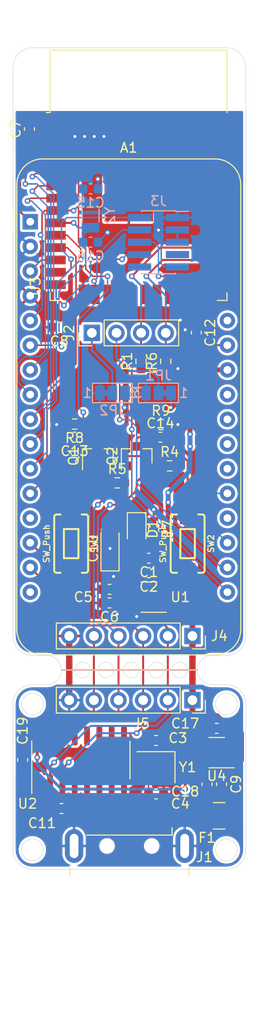
<source format=kicad_pcb>
(kicad_pcb (version 20171130) (host pcbnew 5.1.9)
  (title_block (date 2020-09-12))
  (layers (0 F.Cu signal) (31 B.Cu signal) (34 B.Paste user) (35 F.Paste user) (36 B.SilkS user) (37 F.SilkS user) (38 B.Mask user) (39 F.Mask user) (44 Edge.Cuts user))
  (net 0 "")
  (net 1 GND)
  (net 2 5V)
  (net 3 +3V3)
  (net 4 ESP_RST)
  (net 5 IO13-MTCK)
  (net 6 IO12-MTDI)
  (net 7 IO14-MTMS)
  (net 8 IO27)
  (net 9 IO26)
  (net 10 IO25)
  (net 11 IO35)
  (net 12 IO34)
  (net 13 IO33-32kXN)
  (net 14 IO32-32kXP)
  (net 15 SVN)
  (net 16 SVP)
  (net 17 IO21)
  (net 18 ESP_TX)
  (net 19 ESP_RX)
  (net 20 IO22)
  (net 21 IO19)
  (net 22 IO23)
  (net 23 IO18)
  (net 24 IO5)
  (net 25 IO15-MTDO)
  (net 26 IO2)
  (net 27 ESP_BOOT)
  (net 28 IO4)
  (net 29 "Net-(C11-Pad1)")
  (net 30 "Net-(D1-Pad2)")
  (net 31 "Net-(F1-Pad2)")
  (net 32 OLED_P1)
  (net 33 OLED_P2)
  (net 34 SCL)
  (net 35 SDA)
  (net 36 "Net-(J3-Pad7)")
  (net 37 JTAG_RST)
  (net 38 "Net-(Q1-Pad1)")
  (net 39 RTS)
  (net 40 DTR)
  (net 41 "Net-(Q2-Pad1)")
  (net 42 D-)
  (net 43 D+)
  (net 44 XI)
  (net 45 XO)
  (net 46 "Net-(U2-Pad9)")
  (net 47 "Net-(U2-Pad10)")
  (net 48 "Net-(U2-Pad11)")
  (net 49 "Net-(U2-Pad12)")
  (net 50 "Net-(U2-Pad15)")
  (net 51 SHD)
  (net 52 SWP)
  (net 53 SCS)
  (net 54 SCK)
  (net 55 SDO)
  (net 56 SDI)
  (net 57 "Net-(U3-Pad32)")
  (net 58 "Net-(A1-Pad28)")
  (net 59 "Net-(U1-Pad4)")
  (net 60 "Net-(C18-Pad1)")
  (net 61 "Net-(U4-Pad4)")
  (net 62 "Net-(A1-Pad13)")
  (module Capacitor_SMD:C_0603_1608Metric (layer F.Cu) (at 106.375 56.24 180)
    (fp_text reference C8 (at 0 -1.43) (layer F.SilkS))
    (fp_text value 100nF)
    (pad 2 smd roundrect (at 0.775 0 180) (size 0.9 0.95) (layers F.Cu F.Paste F.Mask) (net 1 GND))
    (pad 1 smd roundrect (at -0.775 0 180) (size 0.9 0.95) (layers F.Cu F.Paste F.Mask) (net 3 +3V3))
  )
  (module Module:Adafruit_Feather (layer F.Cu) (at 103.38 45.38)
    (fp_text reference A1 (at 10.16 -7.62) (layer F.SilkS))
    (fp_text value Adafruit_Feather_Generic)
    (pad 17 thru_hole circle (at 20.32 38.1 180) (size 1.6 1.6) (drill 0.8) (layers *.Cu *.Mask) (net 35 SDA))
    (pad 18 thru_hole circle (at 20.32 35.56 180) (size 1.6 1.6) (drill 0.8) (layers *.Cu *.Mask) (net 34 SCL))
    (pad 19 thru_hole circle (at 20.32 33.02 180) (size 1.6 1.6) (drill 0.8) (layers *.Cu *.Mask) (net 26 IO2))
    (pad 20 thru_hole circle (at 20.32 30.48 180) (size 1.6 1.6) (drill 0.8) (layers *.Cu *.Mask) (net 28 IO4))
    (pad 21 thru_hole circle (at 20.32 27.94 180) (size 1.6 1.6) (drill 0.8) (layers *.Cu *.Mask) (net 24 IO5))
    (pad 22 thru_hole circle (at 20.32 25.4 180) (size 1.6 1.6) (drill 0.8) (layers *.Cu *.Mask) (net 23 IO18))
    (pad 23 thru_hole circle (at 20.32 22.86 180) (size 1.6 1.6) (drill 0.8) (layers *.Cu *.Mask) (net 21 IO19))
    (pad 24 thru_hole circle (at 20.32 20.32 180) (size 1.6 1.6) (drill 0.8) (layers *.Cu *.Mask) (net 17 IO21))
    (pad 25 thru_hole circle (at 20.32 17.78 180) (size 1.6 1.6) (drill 0.8) (layers *.Cu *.Mask) (net 20 IO22))
    (pad 26 thru_hole circle (at 20.32 15.24 180) (size 1.6 1.6) (drill 0.8) (layers *.Cu *.Mask) (net 2 5V))
    (pad 27 thru_hole circle (at 20.32 12.7 180) (size 1.6 1.6) (drill 0.8) (layers *.Cu *.Mask) (net 27 ESP_BOOT))
    (pad 28 thru_hole circle (at 20.32 10.16 180) (size 1.6 1.6) (drill 0.8) (layers *.Cu *.Mask) (net 58 "Net-(A1-Pad28)"))
    (pad 1 thru_hole rect (at 0 0 180) (size 1.6 1.6) (drill 0.8) (layers *.Cu *.Mask) (net 4 ESP_RST))
    (pad 2 thru_hole circle (at 0 2.54 180) (size 1.6 1.6) (drill 0.8) (layers *.Cu *.Mask) (net 3 +3V3))
    (pad 3 thru_hole circle (at 0 5.08 180) (size 1.6 1.6) (drill 0.8) (layers *.Cu *.Mask) (net 8 IO27))
    (pad 4 thru_hole circle (at 0 7.62 180) (size 1.6 1.6) (drill 0.8) (layers *.Cu *.Mask) (net 1 GND))
    (pad 5 thru_hole circle (at 0 10.16 180) (size 1.6 1.6) (drill 0.8) (layers *.Cu *.Mask) (net 14 IO32-32kXP))
    (pad 6 thru_hole circle (at 0 12.7 180) (size 1.6 1.6) (drill 0.8) (layers *.Cu *.Mask) (net 13 IO33-32kXN))
    (pad 7 thru_hole circle (at 0 15.24 180) (size 1.6 1.6) (drill 0.8) (layers *.Cu *.Mask) (net 12 IO34))
    (pad 8 thru_hole circle (at 0 17.78 180) (size 1.6 1.6) (drill 0.8) (layers *.Cu *.Mask) (net 11 IO35))
    (pad 9 thru_hole circle (at 0 20.32 180) (size 1.6 1.6) (drill 0.8) (layers *.Cu *.Mask) (net 16 SVP))
    (pad 10 thru_hole circle (at 0 22.86 180) (size 1.6 1.6) (drill 0.8) (layers *.Cu *.Mask) (net 15 SVN))
    (pad 11 thru_hole circle (at 0 25.4 180) (size 1.6 1.6) (drill 0.8) (layers *.Cu *.Mask) (net 10 IO25))
    (pad 12 thru_hole circle (at 0 27.94 180) (size 1.6 1.6) (drill 0.8) (layers *.Cu *.Mask) (net 9 IO26))
    (pad 13 thru_hole circle (at 0 30.48 180) (size 1.6 1.6) (drill 0.8) (layers *.Cu *.Mask) (net 62 "Net-(A1-Pad13)"))
    (pad 14 thru_hole circle (at 0 33.02 180) (size 1.6 1.6) (drill 0.8) (layers *.Cu *.Mask) (net 19 ESP_RX))
    (pad 15 thru_hole circle (at 0 35.56 180) (size 1.6 1.6) (drill 0.8) (layers *.Cu *.Mask) (net 18 ESP_TX))
    (pad 16 thru_hole circle (at 0 38.1 180) (size 1.6 1.6) (drill 0.8) (layers *.Cu *.Mask) (net 22 IO23))
  )
  (module Switches:TACTILE_SWITCH_SMD_6.0X3.5MM (layer F.Cu) (at 119.6 78.49 270)
    (fp_text reference SW2 (at 0 -2.413 90) (layer F.SilkS) (effects (font (size 0.6096 0.6096) (thickness 0.127))))
    (fp_text value SW_Push (at 0 2.54 90) (layer F.SilkS) (effects (font (size 0.6096 0.6096) (thickness 0.127))))
    (pad 2 smd rect (at 3.1496 0 90) (size 2.2987 1.59766) (layers F.Cu F.Paste F.Mask) (net 1 GND))
    (pad 1 smd rect (at -3.1496 0 90) (size 2.2987 1.59766) (layers F.Cu F.Paste F.Mask) (net 27 ESP_BOOT))
  )
  (module Switches:TACTILE_SWITCH_SMD_6.0X3.5MM (layer F.Cu) (at 107.6 78.49 270)
    (fp_text reference SW1 (at 0 -2.413 90) (layer F.SilkS) (effects (font (size 0.6096 0.6096) (thickness 0.127))))
    (fp_text value SW_Push (at 0 2.54 90) (layer F.SilkS) (effects (font (size 0.6096 0.6096) (thickness 0.127))))
    (pad 2 smd rect (at 3.1496 0 90) (size 2.2987 1.59766) (layers F.Cu F.Paste F.Mask) (net 1 GND))
    (pad 1 smd rect (at -3.1496 0 90) (size 2.2987 1.59766) (layers F.Cu F.Paste F.Mask) (net 4 ESP_RST))
  )
  (module Resistor_SMD:R_0603_1608Metric (layer F.Cu) (at 116.85 66.24)
    (fp_text reference R9 (at 0 -1.43) (layer F.SilkS))
    (fp_text value 10kR)
    (pad 2 smd roundrect (at 0.825 0) (size 0.8 0.95) (layers F.Cu F.Paste F.Mask) (net 3 +3V3))
    (pad 1 smd roundrect (at -0.825 0) (size 0.8 0.95) (layers F.Cu F.Paste F.Mask) (net 27 ESP_BOOT))
  )
  (module Resistor_SMD:R_0603_1608Metric (layer F.Cu) (at 112.35 72.24)
    (fp_text reference R5 (at 0 -1.43) (layer F.SilkS))
    (fp_text value 10kR)
    (pad 2 smd roundrect (at 0.825 0) (size 0.8 0.95) (layers F.Cu F.Paste F.Mask) (net 41 "Net-(Q2-Pad1)"))
    (pad 1 smd roundrect (at -0.825 0) (size 0.8 0.95) (layers F.Cu F.Paste F.Mask) (net 39 RTS))
  )
  (module Capacitor_SMD:C_0603_1608Metric (layer F.Cu) (at 123.1 103.24 270)
    (fp_text reference C9 (at 0 -1.5 90) (layer F.SilkS))
    (fp_text value 1uF)
    (pad 2 smd roundrect (at 0.775 0 270) (size 0.9 0.95) (layers F.Cu F.Paste F.Mask) (net 1 GND))
    (pad 1 smd roundrect (at -0.775 0 270) (size 0.9 0.95) (layers F.Cu F.Paste F.Mask) (net 2 5V))
  )
  (module Package_SO:SOIC-16_3.9x9.9mm_P1.27mm (layer F.Cu) (at 108.6 100.74 90)
    (fp_text reference U2 (at -4.5 -5.5 180) (layer F.SilkS))
    (fp_text value CH340G)
    (pad 1 smd roundrect (at -2.475 -4.445 90) (size 1.95 0.6) (layers F.Cu F.Paste F.Mask) (net 1 GND))
    (pad 2 smd roundrect (at -2.475 -3.175 90) (size 1.95 0.6) (layers F.Cu F.Paste F.Mask) (net 19 ESP_RX))
    (pad 3 smd roundrect (at -2.475 -1.905 90) (size 1.95 0.6) (layers F.Cu F.Paste F.Mask) (net 18 ESP_TX))
    (pad 4 smd roundrect (at -2.475 -0.635 90) (size 1.95 0.6) (layers F.Cu F.Paste F.Mask) (net 29 "Net-(C11-Pad1)"))
    (pad 5 smd roundrect (at -2.475 0.635 90) (size 1.95 0.6) (layers F.Cu F.Paste F.Mask) (net 43 D+))
    (pad 6 smd roundrect (at -2.475 1.905 90) (size 1.95 0.6) (layers F.Cu F.Paste F.Mask) (net 42 D-))
    (pad 7 smd roundrect (at -2.475 3.175 90) (size 1.95 0.6) (layers F.Cu F.Paste F.Mask) (net 44 XI))
    (pad 8 smd roundrect (at -2.475 4.445 90) (size 1.95 0.6) (layers F.Cu F.Paste F.Mask) (net 45 XO))
    (pad 9 smd roundrect (at 2.475 4.445 90) (size 1.95 0.6) (layers F.Cu F.Paste F.Mask) (net 46 "Net-(U2-Pad9)"))
    (pad 10 smd roundrect (at 2.475 3.175 90) (size 1.95 0.6) (layers F.Cu F.Paste F.Mask) (net 47 "Net-(U2-Pad10)"))
    (pad 11 smd roundrect (at 2.475 1.905 90) (size 1.95 0.6) (layers F.Cu F.Paste F.Mask) (net 48 "Net-(U2-Pad11)"))
    (pad 12 smd roundrect (at 2.475 0.635 90) (size 1.95 0.6) (layers F.Cu F.Paste F.Mask) (net 49 "Net-(U2-Pad12)"))
    (pad 13 smd roundrect (at 2.475 -0.635 90) (size 1.95 0.6) (layers F.Cu F.Paste F.Mask) (net 40 DTR))
    (pad 14 smd roundrect (at 2.475 -1.905 90) (size 1.95 0.6) (layers F.Cu F.Paste F.Mask) (net 39 RTS))
    (pad 15 smd roundrect (at 2.475 -3.175 90) (size 1.95 0.6) (layers F.Cu F.Paste F.Mask) (net 50 "Net-(U2-Pad15)"))
    (pad 16 smd roundrect (at 2.475 -4.445 90) (size 1.95 0.6) (layers F.Cu F.Paste F.Mask) (net 60 "Net-(C18-Pad1)"))
  )
  (module Capacitor_SMD:C_0603_1608Metric (layer F.Cu) (at 116.35 98.74 180)
    (fp_text reference C3 (at -2.25 0.25) (layer F.SilkS))
    (fp_text value ?pF)
    (pad 2 smd roundrect (at 0.775 0 180) (size 0.9 0.95) (layers F.Cu F.Paste F.Mask) (net 1 GND))
    (pad 1 smd roundrect (at -0.775 0 180) (size 0.9 0.95) (layers F.Cu F.Paste F.Mask) (net 44 XI))
  )
  (module Connector_PinSocket_2.54mm:PinSocket_1x06_P2.54mm_Vertical (layer F.Cu) (at 120.1 94.59 270)
    (fp_text reference J5 (at 2.4 5.25 180) (layer F.SilkS))
    (fp_text value CONN_06POLAR)
    (pad 6 thru_hole oval (at 0 12.7 270) (size 1.7 1.7) (drill 1) (layers *.Cu *.Mask) (net 1 GND))
    (pad 5 thru_hole oval (at 0 10.16 270) (size 1.7 1.7) (drill 1) (layers *.Cu *.Mask) (net 39 RTS))
    (pad 4 thru_hole oval (at 0 7.62 270) (size 1.7 1.7) (drill 1) (layers *.Cu *.Mask) (net 40 DTR))
    (pad 3 thru_hole oval (at 0 5.08 270) (size 1.7 1.7) (drill 1) (layers *.Cu *.Mask) (net 18 ESP_TX))
    (pad 2 thru_hole oval (at 0 2.54 270) (size 1.7 1.7) (drill 1) (layers *.Cu *.Mask) (net 19 ESP_RX))
    (pad 1 thru_hole rect (at 0 0 270) (size 1.7 1.7) (drill 1) (layers *.Cu *.Mask) (net 2 5V))
  )
  (module Connector_PinSocket_2.54mm:PinSocket_1x06_P2.54mm_Vertical (layer F.Cu) (at 120.1 87.99 270)
    (fp_text reference J4 (at 0 -2.77 180) (layer F.SilkS))
    (fp_text value CONN_06POLAR)
    (pad 6 thru_hole oval (at 0 12.7 270) (size 1.7 1.7) (drill 1) (layers *.Cu *.Mask) (net 1 GND))
    (pad 5 thru_hole oval (at 0 10.16 270) (size 1.7 1.7) (drill 1) (layers *.Cu *.Mask) (net 39 RTS))
    (pad 4 thru_hole oval (at 0 7.62 270) (size 1.7 1.7) (drill 1) (layers *.Cu *.Mask) (net 40 DTR))
    (pad 3 thru_hole oval (at 0 5.08 270) (size 1.7 1.7) (drill 1) (layers *.Cu *.Mask) (net 18 ESP_TX))
    (pad 2 thru_hole oval (at 0 2.54 270) (size 1.7 1.7) (drill 1) (layers *.Cu *.Mask) (net 19 ESP_RX))
    (pad 1 thru_hole rect (at 0 0 270) (size 1.7 1.7) (drill 1) (layers *.Cu *.Mask) (net 2 5V))
  )
  (module Package_TO_SOT_SMD:SOT-23-5 (layer F.Cu) (at 122.6 99.99 180)
    (fp_text reference U4 (at 0 -2.4) (layer F.SilkS))
    (fp_text value AP2112K-3.3)
    (pad 5 smd roundrect (at 1.1375 -0.95 180) (size 1.325 0.6) (layers F.Cu F.Paste F.Mask) (net 60 "Net-(C18-Pad1)"))
    (pad 4 smd roundrect (at 1.1375 0.95 180) (size 1.325 0.6) (layers F.Cu F.Paste F.Mask) (net 61 "Net-(U4-Pad4)"))
    (pad 3 smd roundrect (at -1.1375 0.95 180) (size 1.325 0.6) (layers F.Cu F.Paste F.Mask) (net 2 5V))
    (pad 2 smd roundrect (at -1.1375 0 180) (size 1.325 0.6) (layers F.Cu F.Paste F.Mask) (net 1 GND))
    (pad 1 smd roundrect (at -1.1375 -0.95 180) (size 1.325 0.6) (layers F.Cu F.Paste F.Mask) (net 2 5V))
  )
  (module Capacitor_SMD:C_0603_1608Metric (layer F.Cu) (at 102.6 100.74 270)
    (fp_text reference C19 (at -3 0 90) (layer F.SilkS))
    (fp_text value 100nF)
    (pad 2 smd roundrect (at 0.775 0 270) (size 0.9 0.95) (layers F.Cu F.Paste F.Mask) (net 1 GND))
    (pad 1 smd roundrect (at -0.775 0 270) (size 0.9 0.95) (layers F.Cu F.Paste F.Mask) (net 60 "Net-(C18-Pad1)"))
  )
  (module Capacitor_SMD:C_0603_1608Metric (layer F.Cu) (at 121.6 103.24 270)
    (fp_text reference C18 (at 0.75 2.25 180) (layer F.SilkS))
    (fp_text value 1uF)
    (pad 2 smd roundrect (at 0.775 0 270) (size 0.9 0.95) (layers F.Cu F.Paste F.Mask) (net 1 GND))
    (pad 1 smd roundrect (at -0.775 0 270) (size 0.9 0.95) (layers F.Cu F.Paste F.Mask) (net 60 "Net-(C18-Pad1)"))
  )
  (module Capacitor_SMD:C_0603_1608Metric (layer F.Cu) (at 122.6 97.49 180)
    (fp_text reference C17 (at 3.25 0.5) (layer F.SilkS))
    (fp_text value 100nF)
    (pad 1 smd roundrect (at -0.775 0 180) (size 0.9 0.95) (layers F.Cu F.Paste F.Mask) (net 2 5V))
    (pad 2 smd roundrect (at 0.775 0 180) (size 0.9 0.95) (layers F.Cu F.Paste F.Mask) (net 1 GND))
  )
  (module Connector_USB:USB_A_CNCTech_1001-011-01101_Horizontal (layer F.Cu) (at 113.6 116.49 270)
    (fp_text reference J1 (at -5.75 -7.75 180) (layer F.SilkS))
    (fp_text value USB_A)
    (pad "" np_thru_hole circle (at -6.9 2.3 270) (size 1.1 1.1) (drill 1.1) (layers *.Cu *.Mask))
    (pad "" np_thru_hole circle (at -6.9 -2.3 270) (size 1.1 1.1) (drill 1.1) (layers *.Cu *.Mask))
    (pad 5 thru_hole oval (at -6.9 5.7 270) (size 3.5 1.9) (drill oval 2.5 0.9) (layers *.Cu *.Mask) (net 1 GND))
    (pad 5 thru_hole oval (at -6.9 -5.7 270) (size 3.5 1.9) (drill oval 2.5 0.9) (layers *.Cu *.Mask) (net 1 GND))
    (pad 4 smd rect (at -9.65 3.5 270) (size 2.5 1.1) (layers F.Cu F.Paste F.Mask) (net 1 GND))
    (pad 1 smd rect (at -9.65 -3.5 270) (size 2.5 1.1) (layers F.Cu F.Paste F.Mask) (net 31 "Net-(F1-Pad2)"))
    (pad 3 smd rect (at -9.65 1 270) (size 2.5 1.1) (layers F.Cu F.Paste F.Mask) (net 43 D+))
    (pad 2 smd rect (at -9.65 -1 270) (size 2.5 1.1) (layers F.Cu F.Paste F.Mask) (net 42 D-))
  )
  (module Crystal:Crystal_SMD_3215-2Pin_3.2x1.5mm (layer B.Cu) (at 109.6 44.74 90)
    (fp_text reference Y2 (at 0 2 270) (layer B.SilkS) (effects (justify mirror)))
    (fp_text value "32k 20ppm")
    (pad 2 smd rect (at -1.25 0 90) (size 1 1.8) (layers B.Cu B.Paste B.Mask) (net 13 IO33-32kXN))
    (pad 1 smd rect (at 1.25 0 90) (size 1 1.8) (layers B.Cu B.Paste B.Mask) (net 14 IO32-32kXP))
  )
  (module Package_TO_SOT_SMD:SOT-23-5 (layer F.Cu) (at 115.6 83.99 180)
    (fp_text reference U1 (at -3.25 0) (layer F.SilkS))
    (fp_text value AP2112K-3.3)
    (pad 5 smd roundrect (at 1.1375 -0.95 180) (size 1.325 0.6) (layers F.Cu F.Paste F.Mask) (net 3 +3V3))
    (pad 4 smd roundrect (at 1.1375 0.95 180) (size 1.325 0.6) (layers F.Cu F.Paste F.Mask) (net 59 "Net-(U1-Pad4)"))
    (pad 3 smd roundrect (at -1.1375 0.95 180) (size 1.325 0.6) (layers F.Cu F.Paste F.Mask) (net 2 5V))
    (pad 2 smd roundrect (at -1.1375 0 180) (size 1.325 0.6) (layers F.Cu F.Paste F.Mask) (net 1 GND))
    (pad 1 smd roundrect (at -1.1375 -0.95 180) (size 1.325 0.6) (layers F.Cu F.Paste F.Mask) (net 2 5V))
  )
  (module Resistor_SMD:R_0603_1608Metric (layer F.Cu) (at 107.95 66.19 180)
    (fp_text reference R8 (at 0 -1.43) (layer F.SilkS))
    (fp_text value 10kR)
    (pad 2 smd roundrect (at 0.825 0 180) (size 0.8 0.95) (layers F.Cu F.Paste F.Mask) (net 3 +3V3))
    (pad 1 smd roundrect (at -0.825 0 180) (size 0.8 0.95) (layers F.Cu F.Paste F.Mask) (net 4 ESP_RST))
  )
  (module Resistor_SMD:R_0603_1608Metric (layer F.Cu) (at 116.1 76.99 270)
    (fp_text reference R7 (at 0 -1.43 90) (layer F.SilkS))
    (fp_text value 1kR)
    (pad 2 smd roundrect (at 0.825 0 270) (size 0.8 0.95) (layers F.Cu F.Paste F.Mask) (net 30 "Net-(D1-Pad2)"))
    (pad 1 smd roundrect (at -0.825 0 270) (size 0.8 0.95) (layers F.Cu F.Paste F.Mask) (net 3 +3V3))
  )
  (module Resistor_SMD:R_0603_1608Metric (layer F.Cu) (at 117.35 59.74 90)
    (fp_text reference R6 (at 0 -1.43 90) (layer F.SilkS))
    (fp_text value 10kR)
    (pad 2 smd roundrect (at 0.825 0 90) (size 0.8 0.95) (layers F.Cu F.Paste F.Mask) (net 35 SDA))
    (pad 1 smd roundrect (at -0.825 0 90) (size 0.8 0.95) (layers F.Cu F.Paste F.Mask) (net 3 +3V3))
  )
  (module Resistor_SMD:R_0603_1608Metric (layer F.Cu) (at 117.75 70.49)
    (fp_text reference R4 (at 0 -1.43) (layer F.SilkS))
    (fp_text value 10kR)
    (pad 2 smd roundrect (at 0.825 0) (size 0.8 0.95) (layers F.Cu F.Paste F.Mask) (net 38 "Net-(Q1-Pad1)"))
    (pad 1 smd roundrect (at -0.825 0) (size 0.8 0.95) (layers F.Cu F.Paste F.Mask) (net 40 DTR))
  )
  (module Resistor_SMD:R_0603_1608Metric (layer F.Cu) (at 114.8 59.74 90)
    (fp_text reference R1 (at 0 -1.43 90) (layer F.SilkS))
    (fp_text value 10kR)
    (pad 2 smd roundrect (at 0.825 0 90) (size 0.8 0.95) (layers F.Cu F.Paste F.Mask) (net 34 SCL))
    (pad 1 smd roundrect (at -0.825 0 90) (size 0.8 0.95) (layers F.Cu F.Paste F.Mask) (net 3 +3V3))
  )
  (module Package_TO_SOT_SMD:SOT-23 (layer F.Cu) (at 114.35 69.49 90)
    (fp_text reference Q2 (at 0 -2.5 90) (layer F.SilkS))
    (fp_text value MMBT3904)
    (pad 3 smd rect (at 1 0 90) (size 0.9 0.8) (layers F.Cu F.Paste F.Mask) (net 27 ESP_BOOT))
    (pad 2 smd rect (at -1 0.95 90) (size 0.9 0.8) (layers F.Cu F.Paste F.Mask) (net 40 DTR))
    (pad 1 smd rect (at -1 -0.95 90) (size 0.9 0.8) (layers F.Cu F.Paste F.Mask) (net 41 "Net-(Q2-Pad1)"))
  )
  (module Package_TO_SOT_SMD:SOT-23 (layer F.Cu) (at 110.35 69.49 90)
    (fp_text reference Q1 (at 0 -2.5 90) (layer F.SilkS))
    (fp_text value MMBT3904)
    (pad 3 smd rect (at 1 0 90) (size 0.9 0.8) (layers F.Cu F.Paste F.Mask) (net 4 ESP_RST))
    (pad 2 smd rect (at -1 0.95 90) (size 0.9 0.8) (layers F.Cu F.Paste F.Mask) (net 39 RTS))
    (pad 1 smd rect (at -1 -0.95 90) (size 0.9 0.8) (layers F.Cu F.Paste F.Mask) (net 38 "Net-(Q1-Pad1)"))
  )
  (module Jumper:SolderJumper-3_P1.3mm_Bridged12_Pad1.0x1.5mm_NumberLabels (layer B.Cu) (at 111.85 62.99)
    (fp_text reference JP2 (at 0 1.8 180) (layer B.SilkS) (effects (justify mirror)))
    (fp_text value P1)
    (fp_poly (pts (xy -0.9 0.3) (xy -0.4 0.3) (xy -0.4 -0.3) (xy -0.9 -0.3)) (layer B.Cu) (width 0))
    (fp_text user 1 (at -2.6 0 180) (layer B.SilkS) (effects (justify mirror)))
    (fp_text user 3 (at 2.6 0 180) (layer B.SilkS) (effects (justify mirror)))
    (pad 2 smd rect (at 0 0) (size 1 1.5) (layers B.Cu B.Mask) (net 32 OLED_P1))
    (pad 3 smd rect (at 1.3 0) (size 1 1.5) (layers B.Cu B.Mask) (net 1 GND))
    (pad 1 smd rect (at -1.3 0) (size 1 1.5) (layers B.Cu B.Mask) (net 3 +3V3))
  )
  (module Jumper:SolderJumper-3_P1.3mm_Bridged12_Pad1.0x1.5mm_NumberLabels (layer B.Cu) (at 116.6 62.99 180)
    (fp_text reference JP1 (at 0 1.8 180) (layer B.SilkS) (effects (justify mirror)))
    (fp_text value P2)
    (fp_poly (pts (xy -0.9 0.3) (xy -0.4 0.3) (xy -0.4 -0.3) (xy -0.9 -0.3)) (layer B.Cu) (width 0))
    (fp_text user 1 (at -2.6 0 180) (layer B.SilkS) (effects (justify mirror)))
    (fp_text user 3 (at 2.6 0 180) (layer B.SilkS) (effects (justify mirror)))
    (pad 2 smd rect (at 0 0 180) (size 1 1.5) (layers B.Cu B.Mask) (net 33 OLED_P2))
    (pad 3 smd rect (at 1.3 0 180) (size 1 1.5) (layers B.Cu B.Mask) (net 3 +3V3))
    (pad 1 smd rect (at -1.3 0 180) (size 1 1.5) (layers B.Cu B.Mask) (net 1 GND))
  )
  (module Connector_PinHeader_1.27mm:PinHeader_2x05_P1.27mm_Vertical_SMD (layer B.Cu) (at 116.6 47.49 180)
    (fp_text reference J3 (at 0 4.235) (layer B.SilkS) (effects (justify mirror)))
    (fp_text value "JTAG 10pin Connector")
    (pad 10 smd rect (at 1.95 -2.54 180) (size 2.4 0.74) (layers B.Cu B.Paste B.Mask) (net 37 JTAG_RST))
    (pad 9 smd rect (at -1.95 -2.54 180) (size 2.4 0.74) (layers B.Cu B.Paste B.Mask) (net 1 GND))
    (pad 8 smd rect (at 1.95 -1.27 180) (size 2.4 0.74) (layers B.Cu B.Paste B.Mask) (net 6 IO12-MTDI))
    (pad 7 smd rect (at -1.95 -1.27 180) (size 2.4 0.74) (layers B.Cu B.Paste B.Mask) (net 36 "Net-(J3-Pad7)"))
    (pad 6 smd rect (at 1.95 0 180) (size 2.4 0.74) (layers B.Cu B.Paste B.Mask) (net 25 IO15-MTDO))
    (pad 5 smd rect (at -1.95 0 180) (size 2.4 0.74) (layers B.Cu B.Paste B.Mask) (net 1 GND))
    (pad 4 smd rect (at 1.95 1.27 180) (size 2.4 0.74) (layers B.Cu B.Paste B.Mask) (net 5 IO13-MTCK))
    (pad 3 smd rect (at -1.95 1.27 180) (size 2.4 0.74) (layers B.Cu B.Paste B.Mask) (net 1 GND))
    (pad 2 smd rect (at 1.95 2.54 180) (size 2.4 0.74) (layers B.Cu B.Paste B.Mask) (net 7 IO14-MTMS))
    (pad 1 smd rect (at -1.95 2.54 180) (size 2.4 0.74) (layers B.Cu B.Paste B.Mask) (net 3 +3V3))
  )
  (module LED_SMD:LED_0805_2012Metric (layer F.Cu) (at 114.35 76.99 270)
    (fp_text reference D1 (at 0 -1.65 90) (layer F.SilkS))
    (fp_text value LED)
    (pad 2 smd roundrect (at 0.9375 0 270) (size 0.975 1.4) (layers F.Cu F.Paste F.Mask) (net 30 "Net-(D1-Pad2)"))
    (pad 1 smd roundrect (at -0.9375 0 270) (size 0.975 1.4) (layers F.Cu F.Paste F.Mask) (net 1 GND))
  )
  (module Capacitor_SMD:C_0603_1608Metric (layer B.Cu) (at 109.6 47.49)
    (fp_text reference C16 (at 0 1.43) (layer B.SilkS) (effects (justify mirror)))
    (fp_text value ?pF)
    (pad 2 smd roundrect (at 0.775 0) (size 0.9 0.95) (layers B.Cu B.Paste B.Mask) (net 1 GND))
    (pad 1 smd roundrect (at -0.775 0) (size 0.9 0.95) (layers B.Cu B.Paste B.Mask) (net 13 IO33-32kXN))
  )
  (module Capacitor_SMD:C_0603_1608Metric (layer B.Cu) (at 109.6 41.99)
    (fp_text reference C15 (at 0 1.43) (layer B.SilkS) (effects (justify mirror)))
    (fp_text value ?pF)
    (pad 2 smd roundrect (at 0.775 0) (size 0.9 0.95) (layers B.Cu B.Paste B.Mask) (net 1 GND))
    (pad 1 smd roundrect (at -0.775 0) (size 0.9 0.95) (layers B.Cu B.Paste B.Mask) (net 14 IO32-32kXP))
  )
  (module Capacitor_SMD:C_0603_1608Metric (layer F.Cu) (at 116.8 67.54)
    (fp_text reference C14 (at 0 -1.43) (layer F.SilkS))
    (fp_text value 100nF)
    (pad 2 smd roundrect (at 0.775 0) (size 0.9 0.95) (layers F.Cu F.Paste F.Mask) (net 1 GND))
    (pad 1 smd roundrect (at -0.775 0) (size 0.9 0.95) (layers F.Cu F.Paste F.Mask) (net 27 ESP_BOOT))
  )
  (module Capacitor_SMD:C_0603_1608Metric (layer F.Cu) (at 107.95 67.54 180)
    (fp_text reference C13 (at 0 -1.43) (layer F.SilkS))
    (fp_text value 100nF)
    (pad 2 smd roundrect (at 0.775 0 180) (size 0.9 0.95) (layers F.Cu F.Paste F.Mask) (net 1 GND))
    (pad 1 smd roundrect (at -0.775 0 180) (size 0.9 0.95) (layers F.Cu F.Paste F.Mask) (net 4 ESP_RST))
  )
  (module Capacitor_SMD:C_0603_1608Metric (layer F.Cu) (at 120.5 56.79 270)
    (fp_text reference C12 (at 0 -1.43 90) (layer F.SilkS))
    (fp_text value 100nF)
    (pad 2 smd roundrect (at 0.775 0 270) (size 0.9 0.95) (layers F.Cu F.Paste F.Mask) (net 1 GND))
    (pad 1 smd roundrect (at -0.775 0 270) (size 0.9 0.95) (layers F.Cu F.Paste F.Mask) (net 3 +3V3))
  )
  (module Capacitor_SMD:C_0603_1608Metric (layer F.Cu) (at 106.6 105.74 180)
    (fp_text reference C11 (at 2 -1.5) (layer F.SilkS))
    (fp_text value 10nF)
    (pad 2 smd roundrect (at 0.775 0 180) (size 0.9 0.95) (layers F.Cu F.Paste F.Mask) (net 1 GND))
    (pad 1 smd roundrect (at -0.775 0 180) (size 0.9 0.95) (layers F.Cu F.Paste F.Mask) (net 29 "Net-(C11-Pad1)"))
  )
  (module Capacitor_Tantalum_SMD:CP_EIA-3216-12_Kemet-S (layer F.Cu) (at 111.6 78.99 90)
    (fp_text reference C10 (at 0 -1.75 90) (layer F.SilkS))
    (fp_text value 10uF)
    (pad 2 smd roundrect (at 1.35 0 90) (size 1.4 1.35) (layers F.Cu F.Paste F.Mask) (roundrect_rratio 0.185185) (net 1 GND))
    (pad 1 smd roundrect (at -1.35 0 90) (size 1.4 1.35) (layers F.Cu F.Paste F.Mask) (roundrect_rratio 0.185185) (net 3 +3V3))
  )
  (module Capacitor_SMD:C_0603_1608Metric (layer F.Cu) (at 103.3 35.84 90)
    (fp_text reference C7 (at 0 -1.43 90) (layer F.SilkS))
    (fp_text value 100nF)
    (pad 2 smd roundrect (at 0.775 0 90) (size 0.9 0.95) (layers F.Cu F.Paste F.Mask) (net 1 GND))
    (pad 1 smd roundrect (at -0.775 0 90) (size 0.9 0.95) (layers F.Cu F.Paste F.Mask) (net 3 +3V3))
  )
  (module Capacitor_SMD:C_0603_1608Metric (layer F.Cu) (at 111.55 84.59 180)
    (fp_text reference C6 (at 0 -1.43) (layer F.SilkS))
    (fp_text value 100nF)
    (pad 2 smd roundrect (at 0.775 0 180) (size 0.9 0.95) (layers F.Cu F.Paste F.Mask) (net 1 GND))
    (pad 1 smd roundrect (at -0.775 0 180) (size 0.9 0.95) (layers F.Cu F.Paste F.Mask) (net 3 +3V3))
  )
  (module Capacitor_SMD:C_0603_1608Metric (layer F.Cu) (at 111.55 83.19 180)
    (fp_text reference C5 (at 2.7 -0.8) (layer F.SilkS))
    (fp_text value 1uF)
    (pad 2 smd roundrect (at 0.775 0 180) (size 0.9 0.95) (layers F.Cu F.Paste F.Mask) (net 1 GND))
    (pad 1 smd roundrect (at -0.775 0 180) (size 0.9 0.95) (layers F.Cu F.Paste F.Mask) (net 3 +3V3))
  )
  (module Capacitor_SMD:C_0603_1608Metric (layer F.Cu) (at 116.35 104.24 180)
    (fp_text reference C4 (at -2.5 -1) (layer F.SilkS))
    (fp_text value ?pF)
    (pad 2 smd roundrect (at 0.775 0 180) (size 0.9 0.95) (layers F.Cu F.Paste F.Mask) (net 45 XO))
    (pad 1 smd roundrect (at -0.775 0 180) (size 0.9 0.95) (layers F.Cu F.Paste F.Mask) (net 1 GND))
  )
  (module Capacitor_SMD:C_0603_1608Metric (layer F.Cu) (at 115.6 81.49 180)
    (fp_text reference C2 (at 0 -1.43) (layer F.SilkS))
    (fp_text value 100nF)
    (pad 2 smd roundrect (at 0.775 0 180) (size 0.9 0.95) (layers F.Cu F.Paste F.Mask) (net 1 GND))
    (pad 1 smd roundrect (at -0.775 0 180) (size 0.9 0.95) (layers F.Cu F.Paste F.Mask) (net 2 5V))
  )
  (module Capacitor_SMD:C_0603_1608Metric (layer F.Cu) (at 115.6 79.99 180)
    (fp_text reference C1 (at 0 -1.43) (layer F.SilkS))
    (fp_text value 1uF)
    (pad 2 smd roundrect (at 0.775 0 180) (size 0.9 0.95) (layers F.Cu F.Paste F.Mask) (net 1 GND))
    (pad 1 smd roundrect (at -0.775 0 180) (size 0.9 0.95) (layers F.Cu F.Paste F.Mask) (net 2 5V))
  )
  (module Resistor_SMD:R_1210_3225Metric (layer F.Cu) (at 122.85 106.49 180)
    (fp_text reference F1 (at 1.25 -2.25 180) (layer F.SilkS))
    (fp_text value "1A PTC")
    (pad 1 smd roundrect (at -1.4 0 180) (size 1.25 2.65) (layers F.Cu F.Paste F.Mask) (roundrect_rratio 0.2) (net 2 5V))
    (pad 2 smd roundrect (at 1.4 0 180) (size 1.25 2.65) (layers F.Cu F.Paste F.Mask) (roundrect_rratio 0.2) (net 31 "Net-(F1-Pad2)"))
  )
  (module Connector_PinHeader_2.54mm:PinHeader_1x04_P2.54mm_Vertical (layer F.Cu) (at 109.73 56.81 90)
    (fp_text reference J2 (at 0 -2.33 90) (layer F.SilkS))
    (fp_text value OLED)
    (pad 1 thru_hole rect (at 0 0 90) (size 1.7 1.7) (drill 1) (layers *.Cu *.Mask) (net 32 OLED_P1))
    (pad 2 thru_hole oval (at 0 2.54 90) (size 1.7 1.7) (drill 1) (layers *.Cu *.Mask) (net 33 OLED_P2))
    (pad 3 thru_hole oval (at 0 5.08 90) (size 1.7 1.7) (drill 1) (layers *.Cu *.Mask) (net 34 SCL))
    (pad 4 thru_hole oval (at 0 7.62 90) (size 1.7 1.7) (drill 1) (layers *.Cu *.Mask) (net 35 SDA))
  )
  (module RF_Module:ESP32-WROOM-32 (layer F.Cu) (at 114.54 43.595)
    (fp_text reference U3 (at -10.61 8.43 90) (layer F.SilkS))
    (fp_text value ESP32-WROOM-32D)
    (pad 39 smd rect (at -1 -0.755) (size 5 5) (layers F.Cu F.Paste F.Mask) (net 1 GND))
    (pad 1 smd rect (at -8.5 -8.255) (size 2 0.9) (layers F.Cu F.Paste F.Mask) (net 1 GND))
    (pad 2 smd rect (at -8.5 -6.985) (size 2 0.9) (layers F.Cu F.Paste F.Mask) (net 3 +3V3))
    (pad 3 smd rect (at -8.5 -5.715) (size 2 0.9) (layers F.Cu F.Paste F.Mask) (net 4 ESP_RST))
    (pad 4 smd rect (at -8.5 -4.445) (size 2 0.9) (layers F.Cu F.Paste F.Mask) (net 16 SVP))
    (pad 5 smd rect (at -8.5 -3.175) (size 2 0.9) (layers F.Cu F.Paste F.Mask) (net 15 SVN))
    (pad 6 smd rect (at -8.5 -1.905) (size 2 0.9) (layers F.Cu F.Paste F.Mask) (net 12 IO34))
    (pad 7 smd rect (at -8.5 -0.635) (size 2 0.9) (layers F.Cu F.Paste F.Mask) (net 11 IO35))
    (pad 8 smd rect (at -8.5 0.635) (size 2 0.9) (layers F.Cu F.Paste F.Mask) (net 14 IO32-32kXP))
    (pad 9 smd rect (at -8.5 1.905) (size 2 0.9) (layers F.Cu F.Paste F.Mask) (net 13 IO33-32kXN))
    (pad 10 smd rect (at -8.5 3.175) (size 2 0.9) (layers F.Cu F.Paste F.Mask) (net 10 IO25))
    (pad 11 smd rect (at -8.5 4.445) (size 2 0.9) (layers F.Cu F.Paste F.Mask) (net 9 IO26))
    (pad 12 smd rect (at -8.5 5.715) (size 2 0.9) (layers F.Cu F.Paste F.Mask) (net 8 IO27))
    (pad 13 smd rect (at -8.5 6.985) (size 2 0.9) (layers F.Cu F.Paste F.Mask) (net 7 IO14-MTMS))
    (pad 14 smd rect (at -8.5 8.255) (size 2 0.9) (layers F.Cu F.Paste F.Mask) (net 6 IO12-MTDI))
    (pad 15 smd rect (at -5.715 9.255 90) (size 2 0.9) (layers F.Cu F.Paste F.Mask) (net 1 GND))
    (pad 16 smd rect (at -4.445 9.255 90) (size 2 0.9) (layers F.Cu F.Paste F.Mask) (net 5 IO13-MTCK))
    (pad 17 smd rect (at -3.175 9.255 90) (size 2 0.9) (layers F.Cu F.Paste F.Mask) (net 51 SHD))
    (pad 18 smd rect (at -1.905 9.255 90) (size 2 0.9) (layers F.Cu F.Paste F.Mask) (net 52 SWP))
    (pad 19 smd rect (at -0.635 9.255 90) (size 2 0.9) (layers F.Cu F.Paste F.Mask) (net 53 SCS))
    (pad 20 smd rect (at 0.635 9.255 90) (size 2 0.9) (layers F.Cu F.Paste F.Mask) (net 54 SCK))
    (pad 21 smd rect (at 1.905 9.255 90) (size 2 0.9) (layers F.Cu F.Paste F.Mask) (net 55 SDO))
    (pad 22 smd rect (at 3.175 9.255 90) (size 2 0.9) (layers F.Cu F.Paste F.Mask) (net 56 SDI))
    (pad 23 smd rect (at 4.445 9.255 90) (size 2 0.9) (layers F.Cu F.Paste F.Mask) (net 25 IO15-MTDO))
    (pad 24 smd rect (at 5.715 9.255 90) (size 2 0.9) (layers F.Cu F.Paste F.Mask) (net 26 IO2))
    (pad 25 smd rect (at 8.5 8.255) (size 2 0.9) (layers F.Cu F.Paste F.Mask) (net 27 ESP_BOOT))
    (pad 26 smd rect (at 8.5 6.985) (size 2 0.9) (layers F.Cu F.Paste F.Mask) (net 28 IO4))
    (pad 27 smd rect (at 8.5 5.715) (size 2 0.9) (layers F.Cu F.Paste F.Mask) (net 35 SDA))
    (pad 28 smd rect (at 8.5 4.445) (size 2 0.9) (layers F.Cu F.Paste F.Mask) (net 34 SCL))
    (pad 29 smd rect (at 8.5 3.175) (size 2 0.9) (layers F.Cu F.Paste F.Mask) (net 24 IO5))
    (pad 30 smd rect (at 8.5 1.905) (size 2 0.9) (layers F.Cu F.Paste F.Mask) (net 23 IO18))
    (pad 31 smd rect (at 8.5 0.635) (size 2 0.9) (layers F.Cu F.Paste F.Mask) (net 21 IO19))
    (pad 32 smd rect (at 8.5 -0.635) (size 2 0.9) (layers F.Cu F.Paste F.Mask) (net 57 "Net-(U3-Pad32)"))
    (pad 33 smd rect (at 8.5 -1.905) (size 2 0.9) (layers F.Cu F.Paste F.Mask) (net 17 IO21))
    (pad 34 smd rect (at 8.5 -3.175) (size 2 0.9) (layers F.Cu F.Paste F.Mask) (net 19 ESP_RX))
    (pad 35 smd rect (at 8.5 -4.445) (size 2 0.9) (layers F.Cu F.Paste F.Mask) (net 18 ESP_TX))
    (pad 36 smd rect (at 8.5 -5.715) (size 2 0.9) (layers F.Cu F.Paste F.Mask) (net 20 IO22))
    (pad 37 smd rect (at 8.5 -6.985) (size 2 0.9) (layers F.Cu F.Paste F.Mask) (net 22 IO23))
    (pad 38 smd rect (at 8.5 -8.255) (size 2 0.9) (layers F.Cu F.Paste F.Mask) (net 1 GND))
  )
  (module Crystal:Crystal_SMD_EuroQuartz_MT-4Pin_3.2x2.5mm (layer F.Cu) (at 116.35 101.49 180)
    (fp_text reference Y1 (at -3.25 0) (layer F.SilkS))
    (fp_text value "12MHz 10ppm")
    (pad 1 smd rect (at -1.1 0.9 180) (size 1.3 1) (layers F.Cu F.Paste F.Mask) (net 44 XI))
    (pad 2 smd rect (at 1.1 0.9 180) (size 1.3 1) (layers F.Cu F.Paste F.Mask) (net 1 GND))
    (pad 3 smd rect (at 1.1 -0.9 180) (size 1.3 1) (layers F.Cu F.Paste F.Mask) (net 45 XO))
    (pad 4 smd rect (at -1.1 -0.9 180) (size 1.3 1) (layers F.Cu F.Paste F.Mask) (net 1 GND))
  )
  (gr_circle (center 118.8 91.49) (end 118.8 92.29) (layer Edge.Cuts) (width 0.05))
  (gr_circle (center 108.8 91.49) (end 108.8 92.29) (layer Edge.Cuts) (width 0.05))
  (gr_circle (center 111.2 91.49) (end 111.2 90.69) (layer Edge.Cuts) (width 0.05))
  (gr_circle (center 116.4 91.49) (end 116.4 90.69) (layer Edge.Cuts) (width 0.05))
  (gr_circle (center 113.8 91.49) (end 113.8 92.29) (layer Edge.Cuts) (width 0.05))
  (gr_line (start 106.6 91.49) (end 120.6 91.49) (layer B.SilkS) (width 0.1524))
  (gr_line (start 106.6 91.49) (end 120.6 91.49) (layer F.SilkS) (width 0.1524))
  (gr_circle (center 123.6 94.99) (end 122.6 95.49) (layer Edge.Cuts) (width 0.05))
  (gr_circle (center 123.6 109.99) (end 124.1 110.99) (layer Edge.Cuts) (width 0.05))
  (gr_circle (center 103.6 109.99) (end 103.1 110.99) (layer Edge.Cuts) (width 0.05))
  (gr_circle (center 103.6 94.99) (end 104.6 95.49) (layer Edge.Cuts) (width 0.05))
  (gr_arc (start 103.6 29.49) (end 103.6 27.49) (angle -90) (layer Edge.Cuts) (width 0.05))
  (gr_arc (start 123.6 29.49) (end 125.6 29.49) (angle -90) (layer Edge.Cuts) (width 0.05))
  (gr_arc (start 123.6 87.99) (end 123.6 89.99) (angle -90) (layer Edge.Cuts) (width 0.05))
  (gr_arc (start 103.6 87.99) (end 101.6 87.99) (angle -90) (layer Edge.Cuts) (width 0.05))
  (gr_arc (start 123.6 94.99) (end 125.6 94.99) (angle -90) (layer Edge.Cuts) (width 0.05))
  (gr_arc (start 123.6 109.99) (end 123.6 111.99) (angle -90) (layer Edge.Cuts) (width 0.05))
  (gr_arc (start 103.6 109.99) (end 101.6 109.99) (angle -90) (layer Edge.Cuts) (width 0.05))
  (gr_arc (start 103.6 94.99) (end 103.6 92.99) (angle -90) (layer Edge.Cuts) (width 0.05))
  (gr_arc (start 122.1 91.49) (end 122.1 89.99) (angle -180) (layer Edge.Cuts) (width 0.05))
  (gr_arc (start 105.1 91.49) (end 105.1 92.99) (angle -180) (layer Edge.Cuts) (width 0.05))
  (gr_line (start 103.6 89.99) (end 105.1 89.99) (layer Edge.Cuts) (width 0.05))
  (gr_line (start 105.1 92.99) (end 103.6 92.99) (layer Edge.Cuts) (width 0.05))
  (gr_line (start 125.6 109.99) (end 125.6 94.99) (layer Edge.Cuts) (width 0.05))
  (gr_line (start 101.6 94.99) (end 101.6 109.99) (layer Edge.Cuts) (width 0.05))
  (gr_line (start 122.1 92.99) (end 123.6 92.99) (layer Edge.Cuts) (width 0.05))
  (gr_line (start 123.6 89.99) (end 122.1 89.99) (layer Edge.Cuts) (width 0.05))
  (gr_line (start 101.6 44.49) (end 101.6 87.99) (layer Edge.Cuts) (width 0.05))
  (gr_line (start 125.6 44.99) (end 125.6 87.99) (layer Edge.Cuts) (width 0.05))
  (gr_line (start 123.6 111.99) (end 103.6 111.99) (layer Edge.Cuts) (width 0.05))
  (gr_line (start 123.6 27.49) (end 103.6 27.49) (layer Edge.Cuts) (width 0.05))
  (gr_line (start 125.6 44.99) (end 125.6 29.49) (layer Edge.Cuts) (width 0.05))
  (gr_line (start 101.6 44.49) (end 101.6 29.49) (layer Edge.Cuts) (width 0.05))
  (segment (start 107.4 94.59) (end 107.4 87.99) (width 0.6604) (layer F.Cu) (net 1))
  (segment (start 118.55 47.49) (end 118.55 46.22) (width 0.2032) (layer B.Cu) (net 1))
  (via (at 110.35 40.99) (size 0.6) (drill 0.3) (layers F.Cu B.Cu) (net 1))
  (segment (start 110.375 41.015) (end 110.35 40.99) (width 0.2032) (layer B.Cu) (net 1))
  (segment (start 110.375 41.99) (end 110.375 41.015) (width 0.2032) (layer B.Cu) (net 1))
  (via (at 113.1 64.49) (size 0.6) (drill 0.3) (layers F.Cu B.Cu) (net 1))
  (segment (start 113.15 64.44) (end 113.1 64.49) (width 0.2032) (layer B.Cu) (net 1))
  (segment (start 113.15 62.99) (end 113.15 64.44) (width 0.2032) (layer B.Cu) (net 1))
  (via (at 117.85 64.49) (size 0.6) (drill 0.3) (layers F.Cu B.Cu) (net 1))
  (segment (start 117.9 64.44) (end 117.85 64.49) (width 0.2032) (layer B.Cu) (net 1))
  (segment (start 117.9 62.99) (end 117.9 64.44) (width 0.2032) (layer B.Cu) (net 1))
  (via (at 111.35 46.49) (size 0.6) (drill 0.3) (layers F.Cu B.Cu) (net 1))
  (segment (start 110.375 47.465) (end 111.35 46.49) (width 0.1524) (layer B.Cu) (net 1))
  (segment (start 110.375 47.49) (end 110.375 47.465) (width 0.1524) (layer B.Cu) (net 1))
  (via (at 116.6 46.24) (size 0.6) (drill 0.3) (layers F.Cu B.Cu) (net 1))
  (segment (start 116.62 46.22) (end 116.6 46.24) (width 0.1524) (layer B.Cu) (net 1))
  (segment (start 118.55 46.22) (end 116.62 46.22) (width 0.1524) (layer B.Cu) (net 1))
  (segment (start 116.87941 49.71181) (end 116.87941 47.76941) (width 0.1524) (layer B.Cu) (net 1))
  (segment (start 117.1976 50.03) (end 116.87941 49.71181) (width 0.1524) (layer B.Cu) (net 1))
  (segment (start 118.55 50.03) (end 117.1976 50.03) (width 0.1524) (layer B.Cu) (net 1))
  (segment (start 117.15882 47.49) (end 118.55 47.49) (width 0.1524) (layer B.Cu) (net 1))
  (segment (start 116.87941 47.76941) (end 117.15882 47.49) (width 0.1524) (layer B.Cu) (net 1))
  (segment (start 124.25 101.4525) (end 123.7375 100.94) (width 0.6604) (layer F.Cu) (net 2))
  (segment (start 124.25 106.49) (end 124.25 101.4525) (width 0.6604) (layer F.Cu) (net 2))
  (segment (start 123.1 101.5775) (end 123.7375 100.94) (width 0.6604) (layer F.Cu) (net 2))
  (segment (start 123.1 102.465) (end 123.1 101.5775) (width 0.6604) (layer F.Cu) (net 2))
  (segment (start 123.375 97.49) (end 123.375 97.765) (width 0.2032) (layer F.Cu) (net 2))
  (segment (start 123.7375 98.1275) (end 123.7375 99.04) (width 0.2032) (layer F.Cu) (net 2))
  (segment (start 123.375 97.765) (end 123.7375 98.1275) (width 0.2032) (layer F.Cu) (net 2))
  (segment (start 120.1 94.59) (end 120.1 87.99) (width 0.6604) (layer F.Cu) (net 2))
  (segment (start 120.1 87.99) (end 120.1 86.24) (width 0.6096) (layer F.Cu) (net 2))
  (segment (start 120.1 86.24) (end 118.8 84.94) (width 0.6096) (layer F.Cu) (net 2))
  (segment (start 123.7375 100.94) (end 124.9 100.94) (width 0.6096) (layer F.Cu) (net 2))
  (segment (start 124.9 100.94) (end 125.1 100.74) (width 0.6096) (layer F.Cu) (net 2))
  (segment (start 124.6 97.49) (end 123.375 97.49) (width 0.6096) (layer F.Cu) (net 2))
  (segment (start 125.1 97.99) (end 124.6 97.49) (width 0.6096) (layer F.Cu) (net 2))
  (segment (start 123.7375 99.04) (end 125.05 99.04) (width 0.6096) (layer F.Cu) (net 2))
  (segment (start 125.1 98.99) (end 125.1 97.99) (width 0.6096) (layer F.Cu) (net 2))
  (segment (start 125.05 99.04) (end 125.1 98.99) (width 0.6096) (layer F.Cu) (net 2))
  (segment (start 125.1 100.74) (end 125.1 98.99) (width 0.6096) (layer F.Cu) (net 2))
  (segment (start 120.1 94.59) (end 120.1 95.99) (width 0.6096) (layer F.Cu) (net 2))
  (segment (start 120.35 96.24) (end 122.622698 96.24) (width 0.6096) (layer F.Cu) (net 2))
  (segment (start 120.1 95.99) (end 120.35 96.24) (width 0.6096) (layer F.Cu) (net 2))
  (segment (start 123.375 96.992302) (end 123.375 97.49) (width 0.6096) (layer F.Cu) (net 2))
  (segment (start 122.622698 96.24) (end 123.375 96.992302) (width 0.6096) (layer F.Cu) (net 2))
  (segment (start 116.7375 83.04) (end 116.7375 82.6275) (width 0.508) (layer F.Cu) (net 2))
  (segment (start 116.375 82.265) (end 116.375 81.49) (width 0.508) (layer F.Cu) (net 2))
  (segment (start 116.7375 82.6275) (end 116.375 82.265) (width 0.508) (layer F.Cu) (net 2))
  (segment (start 116.375 81.49) (end 116.375 79.99) (width 0.508) (layer F.Cu) (net 2))
  (segment (start 116.7375 83.04) (end 117.65 83.04) (width 0.2032) (layer F.Cu) (net 2))
  (segment (start 117.65 83.04) (end 117.9 83.29) (width 0.2032) (layer F.Cu) (net 2))
  (segment (start 117.9 84.94) (end 116.7375 84.94) (width 0.6096) (layer F.Cu) (net 2))
  (segment (start 117.9 83.29) (end 117.9 84.94) (width 0.2032) (layer F.Cu) (net 2))
  (segment (start 118.8 84.94) (end 117.9 84.94) (width 0.6096) (layer F.Cu) (net 2))
  (segment (start 116.375 79.99) (end 116.375 79.965) (width 0.508) (layer F.Cu) (net 2))
  (segment (start 116.375 79.965) (end 117.6 78.74) (width 0.508) (layer F.Cu) (net 2))
  (segment (start 117.6 78.74) (end 117.6 73.24) (width 0.508) (layer F.Cu) (net 2))
  (segment (start 123.7 60.62) (end 121.22 60.62) (width 0.508) (layer F.Cu) (net 2))
  (via (at 119.85 68.49) (size 0.6) (drill 0.3) (layers F.Cu B.Cu) (net 2))
  (segment (start 119.85 61.99) (end 119.85 68.49) (width 0.508) (layer F.Cu) (net 2))
  (segment (start 121.22 60.62) (end 119.85 61.99) (width 0.508) (layer F.Cu) (net 2))
  (via (at 117.6 73.24) (size 0.6) (drill 0.3) (layers F.Cu B.Cu) (net 2))
  (segment (start 119.85 70.99) (end 117.6 73.24) (width 0.508) (layer B.Cu) (net 2))
  (segment (start 119.85 68.49) (end 119.85 70.99) (width 0.508) (layer B.Cu) (net 2))
  (segment (start 119.85 68.49) (end 119.85 67.24) (width 0.508) (layer B.Cu) (net 2))
  (segment (start 119.85 67.24) (end 119.85 67.24) (width 0.508) (layer B.Cu) (net 2))
  (via (at 119.85 67.24) (size 0.6) (drill 0.3) (layers F.Cu B.Cu) (net 2))
  (segment (start 117.6 73.24) (end 117.6 74.24) (width 0.508) (layer B.Cu) (net 2))
  (segment (start 117.6 74.24) (end 117.6 74.24) (width 0.508) (layer B.Cu) (net 2))
  (via (at 117.6 74.24) (size 0.6) (drill 0.3) (layers F.Cu B.Cu) (net 2))
  (segment (start 106.035 36.615) (end 106.04 36.61) (width 0.2032) (layer F.Cu) (net 3))
  (segment (start 103.3 36.615) (end 106.035 36.615) (width 0.2032) (layer F.Cu) (net 3))
  (segment (start 106.04 36.61) (end 107.98 36.61) (width 0.4572) (layer F.Cu) (net 3))
  (via (at 110.98 36.61) (size 0.6) (drill 0.3) (layers F.Cu B.Cu) (net 3))
  (segment (start 109.98 36.61) (end 110.98 36.61) (width 0.4572) (layer F.Cu) (net 3))
  (via (at 109.98 36.61) (size 0.6) (drill 0.3) (layers F.Cu B.Cu) (net 3))
  (segment (start 108.98 36.61) (end 109.98 36.61) (width 0.4572) (layer F.Cu) (net 3))
  (via (at 108.98 36.61) (size 0.6) (drill 0.3) (layers F.Cu B.Cu) (net 3))
  (segment (start 107.98 36.61) (end 108.98 36.61) (width 0.4572) (layer F.Cu) (net 3))
  (via (at 107.98 36.61) (size 0.6) (drill 0.3) (layers F.Cu B.Cu) (net 3))
  (via (at 118.6 66.24) (size 0.6) (drill 0.3) (layers F.Cu B.Cu) (net 3))
  (segment (start 117.675 66.24) (end 118.6 66.24) (width 0.2032) (layer F.Cu) (net 3))
  (segment (start 106.15 66.19) (end 106.1 66.24) (width 0.2032) (layer F.Cu) (net 3))
  (via (at 106.1 66.24) (size 0.6) (drill 0.3) (layers F.Cu B.Cu) (net 3))
  (segment (start 107.125 66.19) (end 106.15 66.19) (width 0.2032) (layer F.Cu) (net 3))
  (segment (start 114.4625 84.94) (end 113.55 84.94) (width 0.508) (layer F.Cu) (net 3))
  (segment (start 113.2 84.59) (end 112.325 84.59) (width 0.508) (layer F.Cu) (net 3))
  (segment (start 113.55 84.94) (end 113.2 84.59) (width 0.508) (layer F.Cu) (net 3))
  (segment (start 112.325 84.59) (end 112.325 83.19) (width 0.508) (layer F.Cu) (net 3))
  (segment (start 111.6 80.34) (end 111.6 81.49) (width 0.508) (layer F.Cu) (net 3))
  (segment (start 112.325 82.215) (end 112.325 83.19) (width 0.508) (layer F.Cu) (net 3))
  (segment (start 111.6 81.49) (end 111.975 81.865) (width 0.508) (layer F.Cu) (net 3))
  (via (at 112.35 85.74) (size 0.6) (drill 0.3) (layers F.Cu B.Cu) (net 3))
  (segment (start 112.325 85.715) (end 112.35 85.74) (width 0.508) (layer F.Cu) (net 3))
  (segment (start 112.325 84.59) (end 112.325 85.715) (width 0.508) (layer F.Cu) (net 3))
  (segment (start 114.4625 85.8775) (end 114.35 85.99) (width 0.508) (layer F.Cu) (net 3))
  (via (at 114.35 85.99) (size 0.6) (drill 0.3) (layers F.Cu B.Cu) (net 3))
  (segment (start 114.4625 84.94) (end 114.4625 85.8775) (width 0.508) (layer F.Cu) (net 3))
  (via (at 111.6 78.99) (size 0.6) (drill 0.3) (layers F.Cu B.Cu) (net 3))
  (segment (start 111.6 80.34) (end 111.6 78.99) (width 0.508) (layer F.Cu) (net 3))
  (segment (start 111.975 81.865) (end 112.325 82.215) (width 0.508) (layer F.Cu) (net 3))
  (via (at 111.975 81.865) (size 0.6) (drill 0.3) (layers F.Cu B.Cu) (net 3))
  (segment (start 114.8 60.565) (end 117.35 60.565) (width 0.2032) (layer F.Cu) (net 3))
  (via (at 118.6 60.49) (size 0.6) (drill 0.3) (layers F.Cu B.Cu) (net 3))
  (segment (start 118.525 60.565) (end 118.6 60.49) (width 0.2032) (layer F.Cu) (net 3))
  (segment (start 117.35 60.565) (end 118.525 60.565) (width 0.2032) (layer F.Cu) (net 3))
  (via (at 119.35 56.49) (size 0.6) (drill 0.3) (layers F.Cu B.Cu) (net 3))
  (segment (start 119.825 56.015) (end 119.35 56.49) (width 0.2032) (layer F.Cu) (net 3))
  (segment (start 120.5 56.015) (end 119.825 56.015) (width 0.2032) (layer F.Cu) (net 3))
  (via (at 116.1 74.99) (size 0.6) (drill 0.3) (layers F.Cu B.Cu) (net 3))
  (segment (start 116.1 76.165) (end 116.1 74.99) (width 0.2032) (layer F.Cu) (net 3))
  (segment (start 106.04 37.88) (end 103.21 37.88) (width 0.2032) (layer F.Cu) (net 4))
  (segment (start 103.21 37.88) (end 102.35 38.74) (width 0.2032) (layer F.Cu) (net 4))
  (segment (start 102.35 44.35) (end 103.38 45.38) (width 0.2032) (layer F.Cu) (net 4))
  (segment (start 102.35 38.74) (end 102.35 44.35) (width 0.2032) (layer F.Cu) (net 4))
  (segment (start 110.15 67.54) (end 110.35 67.74) (width 0.2032) (layer F.Cu) (net 4))
  (segment (start 110.35 67.74) (end 110.35 68.49) (width 0.2032) (layer F.Cu) (net 4))
  (segment (start 108.725 67.54) (end 110.15 67.54) (width 0.2032) (layer F.Cu) (net 4))
  (segment (start 108.775 67.49) (end 108.725 67.54) (width 0.2032) (layer F.Cu) (net 4))
  (segment (start 108.775 66.19) (end 108.775 67.49) (width 0.2032) (layer F.Cu) (net 4))
  (segment (start 107.6 75.3404) (end 107.6 69.74) (width 0.2032) (layer F.Cu) (net 4))
  (segment (start 108.725 68.615) (end 108.725 67.54) (width 0.2032) (layer F.Cu) (net 4))
  (segment (start 107.6 69.74) (end 108.725 68.615) (width 0.2032) (layer F.Cu) (net 4))
  (via (at 111.35 50.99) (size 0.6) (drill 0.3) (layers F.Cu B.Cu) (net 4))
  (via (at 108.85 64.99) (size 0.6) (drill 0.3) (layers F.Cu B.Cu) (net 4))
  (segment (start 108.85 66.115) (end 108.775 66.19) (width 0.1524) (layer F.Cu) (net 4))
  (segment (start 108.85 64.99) (end 108.85 66.115) (width 0.1524) (layer F.Cu) (net 4))
  (segment (start 108.35 64.49) (end 108.85 64.99) (width 0.1524) (layer B.Cu) (net 4))
  (segment (start 108.35 55.49) (end 108.35 64.49) (width 0.1524) (layer B.Cu) (net 4))
  (segment (start 111.35 52.49) (end 108.35 55.49) (width 0.1524) (layer B.Cu) (net 4))
  (segment (start 111.35 50.99) (end 111.35 52.49) (width 0.1524) (layer B.Cu) (net 4))
  (segment (start 109.096799 48.236799) (end 109.096799 50.236799) (width 0.1524) (layer F.Cu) (net 4))
  (segment (start 108.353201 47.493201) (end 109.096799 48.236799) (width 0.1524) (layer F.Cu) (net 4))
  (segment (start 109.096799 50.236799) (end 109.85 50.99) (width 0.1524) (layer F.Cu) (net 4))
  (segment (start 108.353201 38.743201) (end 108.353201 47.493201) (width 0.1524) (layer F.Cu) (net 4))
  (segment (start 109.85 50.99) (end 111.35 50.99) (width 0.1524) (layer F.Cu) (net 4))
  (segment (start 106.04 37.88) (end 107.49 37.88) (width 0.1524) (layer F.Cu) (net 4))
  (segment (start 107.49 37.88) (end 108.353201 38.743201) (width 0.1524) (layer F.Cu) (net 4))
  (segment (start 110.258546 51.193211) (end 109.958547 51.49321) (width 0.1524) (layer B.Cu) (net 5))
  (segment (start 112.87 46.22) (end 110.258546 48.831454) (width 0.1524) (layer B.Cu) (net 5))
  (segment (start 114.65 46.22) (end 112.87 46.22) (width 0.1524) (layer B.Cu) (net 5))
  (via (at 109.958547 51.49321) (size 0.6) (drill 0.3) (layers F.Cu B.Cu) (net 5))
  (segment (start 110.095 52.85) (end 110.095 51.629663) (width 0.1524) (layer F.Cu) (net 5))
  (segment (start 110.258546 48.831454) (end 110.258546 51.193211) (width 0.1524) (layer B.Cu) (net 5))
  (segment (start 110.095 51.629663) (end 109.958547 51.49321) (width 0.1524) (layer F.Cu) (net 5))
  (via (at 112.85 49.24) (size 0.6) (drill 0.3) (layers F.Cu B.Cu) (net 6))
  (segment (start 113.33 48.76) (end 114.65 48.76) (width 0.1524) (layer B.Cu) (net 6))
  (segment (start 112.85 49.24) (end 113.33 48.76) (width 0.1524) (layer B.Cu) (net 6))
  (via (at 109.6 49.23999) (size 0.6) (drill 0.3) (layers F.Cu B.Cu) (net 6))
  (segment (start 112.85 49.24) (end 109.60001 49.24) (width 0.1524) (layer F.Cu) (net 6))
  (segment (start 109.60001 49.24) (end 109.6 49.23999) (width 0.1524) (layer F.Cu) (net 6))
  (segment (start 106.04 53.18) (end 106.85 53.99) (width 0.1524) (layer F.Cu) (net 6))
  (via (at 106.85 53.99) (size 0.6) (drill 0.3) (layers F.Cu B.Cu) (net 6))
  (segment (start 106.04 51.85) (end 106.04 53.18) (width 0.1524) (layer F.Cu) (net 6))
  (segment (start 107.149999 53.445261) (end 107.149999 53.690001) (width 0.1524) (layer B.Cu) (net 6))
  (segment (start 109.6 50.99526) (end 107.149999 53.445261) (width 0.1524) (layer B.Cu) (net 6))
  (segment (start 109.6 49.23999) (end 109.6 50.99526) (width 0.1524) (layer B.Cu) (net 6))
  (segment (start 107.149999 53.690001) (end 106.85 53.99) (width 0.1524) (layer B.Cu) (net 6))
  (segment (start 106.6 48.252823) (end 107.587177 49.24) (width 0.1524) (layer B.Cu) (net 7))
  (via (at 107.587177 49.24) (size 0.6) (drill 0.3) (layers F.Cu B.Cu) (net 7))
  (segment (start 107.14 44.95) (end 106.6 45.49) (width 0.1524) (layer B.Cu) (net 7))
  (segment (start 106.6 45.49) (end 106.6 48.252823) (width 0.1524) (layer B.Cu) (net 7))
  (segment (start 107.587177 50.185223) (end 107.587177 49.24) (width 0.1524) (layer F.Cu) (net 7))
  (segment (start 114.65 44.95) (end 107.14 44.95) (width 0.1524) (layer B.Cu) (net 7))
  (segment (start 106.04 50.58) (end 107.1924 50.58) (width 0.1524) (layer F.Cu) (net 7))
  (segment (start 107.1924 50.58) (end 107.587177 50.185223) (width 0.1524) (layer F.Cu) (net 7))
  (segment (start 106.04 49.31) (end 105.28 49.31) (width 0.1524) (layer F.Cu) (net 8))
  (segment (start 104.53 49.31) (end 103.38 50.46) (width 0.1524) (layer F.Cu) (net 8))
  (segment (start 106.04 49.31) (end 104.53 49.31) (width 0.1524) (layer F.Cu) (net 8))
  (segment (start 104.179999 72.520001) (end 103.38 73.32) (width 0.1524) (layer F.Cu) (net 9))
  (segment (start 108.1 59.99) (end 105.1 62.99) (width 0.1524) (layer F.Cu) (net 9))
  (segment (start 108.1 49.491151) (end 108.1 59.99) (width 0.1524) (layer F.Cu) (net 9))
  (segment (start 108.090387 49.481538) (end 108.1 49.491151) (width 0.1524) (layer F.Cu) (net 9))
  (segment (start 108.090387 48.937987) (end 108.090387 49.481538) (width 0.1524) (layer F.Cu) (net 9))
  (segment (start 105.1 71.6) (end 104.179999 72.520001) (width 0.1524) (layer F.Cu) (net 9))
  (segment (start 105.1 62.99) (end 105.1 71.6) (width 0.1524) (layer F.Cu) (net 9))
  (segment (start 107.1924 48.04) (end 108.090387 48.937987) (width 0.1524) (layer F.Cu) (net 9))
  (segment (start 106.04 48.04) (end 107.1924 48.04) (width 0.1524) (layer F.Cu) (net 9))
  (via (at 108.593589 49.24) (size 0.6) (drill 0.3) (layers F.Cu B.Cu) (net 10))
  (segment (start 106.04 46.77) (end 107.1924 46.77) (width 0.1524) (layer F.Cu) (net 10))
  (segment (start 108.593589 48.171189) (end 108.593589 49.24) (width 0.1524) (layer F.Cu) (net 10))
  (segment (start 107.1924 46.77) (end 108.593589 48.171189) (width 0.1524) (layer F.Cu) (net 10))
  (segment (start 106.067388 51.766201) (end 108.593589 49.24) (width 0.1524) (layer B.Cu) (net 10))
  (segment (start 105.12941 64.74088) (end 106.067388 63.802902) (width 0.1524) (layer B.Cu) (net 10))
  (segment (start 106.067388 63.802902) (end 106.067388 51.766201) (width 0.1524) (layer B.Cu) (net 10))
  (segment (start 103.38 70.78) (end 105.12941 69.03059) (width 0.1524) (layer B.Cu) (net 10))
  (segment (start 105.12941 69.03059) (end 105.12941 64.74088) (width 0.1524) (layer B.Cu) (net 10))
  (via (at 103.1 43.24) (size 0.6) (drill 0.3) (layers F.Cu B.Cu) (net 11))
  (segment (start 103.38 42.96) (end 103.1 43.24) (width 0.1524) (layer F.Cu) (net 11))
  (segment (start 106.04 42.96) (end 103.38 42.96) (width 0.1524) (layer F.Cu) (net 11))
  (segment (start 103.524264 43.24) (end 104.949747 44.665483) (width 0.1524) (layer B.Cu) (net 11))
  (segment (start 102.85 59.24) (end 102.1 59.99) (width 0.1524) (layer B.Cu) (net 11))
  (segment (start 104.949747 44.665483) (end 104.949747 58.640253) (width 0.1524) (layer B.Cu) (net 11))
  (segment (start 102.1 61.88) (end 103.38 63.16) (width 0.1524) (layer B.Cu) (net 11))
  (segment (start 104.949747 58.640253) (end 104.35 59.24) (width 0.1524) (layer B.Cu) (net 11))
  (segment (start 103.1 43.24) (end 103.524264 43.24) (width 0.1524) (layer B.Cu) (net 11))
  (segment (start 102.1 59.99) (end 102.1 61.88) (width 0.1524) (layer B.Cu) (net 11))
  (segment (start 104.35 59.24) (end 102.85 59.24) (width 0.1524) (layer B.Cu) (net 11))
  (via (at 103.6 42.24) (size 0.6) (drill 0.3) (layers F.Cu B.Cu) (net 12))
  (segment (start 104.15 41.69) (end 103.6 42.24) (width 0.1524) (layer F.Cu) (net 12))
  (segment (start 106.04 41.69) (end 104.15 41.69) (width 0.1524) (layer F.Cu) (net 12))
  (segment (start 103.6 42.24) (end 105.229157 43.869157) (width 0.1524) (layer B.Cu) (net 12))
  (segment (start 105.229157 58.770843) (end 103.38 60.62) (width 0.1524) (layer B.Cu) (net 12))
  (segment (start 105.229157 43.869157) (end 105.229157 58.770843) (width 0.1524) (layer B.Cu) (net 12))
  (via (at 107.85 45.49) (size 0.6) (drill 0.3) (layers F.Cu B.Cu) (net 13))
  (segment (start 107.84 45.5) (end 107.85 45.49) (width 0.2032) (layer F.Cu) (net 13))
  (segment (start 106.04 45.5) (end 107.84 45.5) (width 0.2032) (layer F.Cu) (net 13))
  (segment (start 108.35 45.99) (end 107.85 45.49) (width 0.2032) (layer B.Cu) (net 13))
  (segment (start 109.6 45.99) (end 108.35 45.99) (width 0.2032) (layer B.Cu) (net 13))
  (segment (start 108.825 46.765) (end 109.6 45.99) (width 0.2032) (layer B.Cu) (net 13))
  (segment (start 108.825 47.49) (end 108.825 46.765) (width 0.2032) (layer B.Cu) (net 13))
  (segment (start 106.346799 57.986799) (end 106.6 58.24) (width 0.1524) (layer B.Cu) (net 13))
  (segment (start 108.825 47.49) (end 109.096799 47.761799) (width 0.1524) (layer B.Cu) (net 13))
  (segment (start 109.096799 47.761799) (end 109.096799 49.743201) (width 0.1524) (layer B.Cu) (net 13))
  (segment (start 103.38 58.08) (end 106.44 58.08) (width 0.1524) (layer F.Cu) (net 13))
  (segment (start 109.096799 49.743201) (end 106.346799 52.493201) (width 0.1524) (layer B.Cu) (net 13))
  (segment (start 106.44 58.08) (end 106.6 58.24) (width 0.1524) (layer F.Cu) (net 13))
  (segment (start 106.346799 52.493201) (end 106.346799 57.986799) (width 0.1524) (layer B.Cu) (net 13))
  (via (at 106.6 58.24) (size 0.6) (drill 0.3) (layers F.Cu B.Cu) (net 13))
  (via (at 107.85 44.24) (size 0.6) (drill 0.3) (layers F.Cu B.Cu) (net 14))
  (segment (start 107.84 44.23) (end 107.85 44.24) (width 0.2032) (layer F.Cu) (net 14))
  (segment (start 106.04 44.23) (end 107.84 44.23) (width 0.2032) (layer F.Cu) (net 14))
  (segment (start 108.6 43.49) (end 109.6 43.49) (width 0.2032) (layer B.Cu) (net 14))
  (segment (start 107.85 44.24) (end 108.6 43.49) (width 0.2032) (layer B.Cu) (net 14))
  (segment (start 108.825 42.715) (end 109.6 43.49) (width 0.2032) (layer B.Cu) (net 14))
  (segment (start 108.825 41.99) (end 108.825 42.715) (width 0.2032) (layer B.Cu) (net 14))
  (segment (start 104.8876 44.23) (end 104.6 44.5176) (width 0.1524) (layer F.Cu) (net 14))
  (segment (start 106.04 44.23) (end 104.8876 44.23) (width 0.1524) (layer F.Cu) (net 14))
  (via (at 104.446547 46.74) (size 0.6) (drill 0.3) (layers F.Cu B.Cu) (net 14))
  (segment (start 104.6 46.586547) (end 104.446547 46.74) (width 0.1524) (layer F.Cu) (net 14))
  (segment (start 104.6 44.5176) (end 104.6 46.586547) (width 0.1524) (layer F.Cu) (net 14))
  (segment (start 104.446547 46.74) (end 104.6 46.893453) (width 0.1524) (layer B.Cu) (net 14))
  (segment (start 104.6 54.32) (end 103.38 55.54) (width 0.1524) (layer B.Cu) (net 14))
  (segment (start 104.6 46.893453) (end 104.6 54.32) (width 0.1524) (layer B.Cu) (net 14))
  (segment (start 106.04 40.42) (end 104.42 40.42) (width 0.1524) (layer F.Cu) (net 15))
  (via (at 103.6 40.74) (size 0.6) (drill 0.3) (layers F.Cu B.Cu) (net 15))
  (segment (start 103.92 40.42) (end 103.6 40.74) (width 0.1524) (layer F.Cu) (net 15))
  (segment (start 104.42 40.42) (end 103.92 40.42) (width 0.1524) (layer F.Cu) (net 15))
  (segment (start 103.6 40.74) (end 104.024264 40.74) (width 0.1524) (layer B.Cu) (net 15))
  (segment (start 104.024264 40.74) (end 105.787977 42.503713) (width 0.1524) (layer B.Cu) (net 15))
  (segment (start 105.787977 63.687167) (end 104.849999 64.625145) (width 0.1524) (layer B.Cu) (net 15))
  (segment (start 105.787977 42.503713) (end 105.787977 63.687167) (width 0.1524) (layer B.Cu) (net 15))
  (segment (start 104.849999 64.625145) (end 104.849999 66.770001) (width 0.1524) (layer B.Cu) (net 15))
  (segment (start 104.849999 66.770001) (end 103.38 68.24) (width 0.1524) (layer B.Cu) (net 15))
  (segment (start 106.04 39.15) (end 103.94 39.15) (width 0.1524) (layer F.Cu) (net 16))
  (via (at 102.8786 41.49) (size 0.6) (drill 0.3) (layers F.Cu B.Cu) (net 16))
  (segment (start 102.8786 40.2114) (end 102.8786 41.49) (width 0.1524) (layer F.Cu) (net 16))
  (segment (start 103.94 39.15) (end 102.8786 40.2114) (width 0.1524) (layer F.Cu) (net 16))
  (segment (start 105.508566 42.898566) (end 105.508566 63.571434) (width 0.1524) (layer B.Cu) (net 16))
  (segment (start 102.8786 41.49) (end 104.1 41.49) (width 0.1524) (layer B.Cu) (net 16))
  (segment (start 105.508566 63.571434) (end 103.38 65.7) (width 0.1524) (layer B.Cu) (net 16))
  (segment (start 104.1 41.49) (end 105.508566 42.898566) (width 0.1524) (layer B.Cu) (net 16))
  (segment (start 115.02 87.99) (end 115.02 94.59) (width 0.2032) (layer F.Cu) (net 18))
  (via (at 107.35 100.99) (size 0.6) (drill 0.3) (layers F.Cu B.Cu) (net 18))
  (segment (start 106.695 101.645) (end 107.35 100.99) (width 0.2032) (layer F.Cu) (net 18))
  (segment (start 106.695 103.215) (end 106.695 101.645) (width 0.2032) (layer F.Cu) (net 18))
  (via (at 114.35 97.99) (size 0.6) (drill 0.3) (layers F.Cu B.Cu) (net 18))
  (segment (start 110.35 97.99) (end 114.35 97.99) (width 0.2032) (layer B.Cu) (net 18))
  (segment (start 107.35 100.99) (end 110.35 97.99) (width 0.2032) (layer B.Cu) (net 18))
  (segment (start 115.02 97.32) (end 114.35 97.99) (width 0.2032) (layer F.Cu) (net 18))
  (segment (start 115.02 94.59) (end 115.02 97.32) (width 0.2032) (layer F.Cu) (net 18))
  (segment (start 113.941399 86.911399) (end 107.771399 86.911399) (width 0.2032) (layer F.Cu) (net 18))
  (segment (start 115.02 87.99) (end 113.941399 86.911399) (width 0.2032) (layer F.Cu) (net 18))
  (segment (start 107.771399 86.911399) (end 105.35 84.49) (width 0.2032) (layer F.Cu) (net 18))
  (segment (start 105.35 82.91) (end 103.38 80.94) (width 0.2032) (layer F.Cu) (net 18))
  (segment (start 105.35 84.49) (end 105.35 82.91) (width 0.2032) (layer F.Cu) (net 18))
  (segment (start 117.56 94.59) (end 117.56 87.99) (width 0.2032) (layer F.Cu) (net 19))
  (via (at 105.85 100.99) (size 0.6) (drill 0.3) (layers F.Cu B.Cu) (net 19))
  (segment (start 105.425 101.415) (end 105.85 100.99) (width 0.2032) (layer F.Cu) (net 19))
  (segment (start 105.425 103.215) (end 105.425 101.415) (width 0.2032) (layer F.Cu) (net 19))
  (segment (start 105.85 100.99) (end 109.6 97.24) (width 0.2032) (layer B.Cu) (net 19))
  (segment (start 109.6 97.24) (end 116.35 97.24) (width 0.2032) (layer B.Cu) (net 19))
  (segment (start 117.56 96.03) (end 117.56 94.59) (width 0.2032) (layer B.Cu) (net 19))
  (segment (start 116.35 97.24) (end 117.56 96.03) (width 0.2032) (layer B.Cu) (net 19))
  (segment (start 103.38 78.4) (end 104.873493 79.893493) (width 0.2032) (layer F.Cu) (net 19))
  (segment (start 104.873493 81.966507) (end 105.68021 82.773223) (width 0.2032) (layer F.Cu) (net 19))
  (segment (start 104.873493 79.893493) (end 104.873493 81.966507) (width 0.2032) (layer F.Cu) (net 19))
  (segment (start 105.68021 82.773223) (end 105.68021 84.353224) (width 0.2032) (layer F.Cu) (net 19))
  (segment (start 107.908175 86.581189) (end 116.941189 86.581189) (width 0.2032) (layer F.Cu) (net 19))
  (segment (start 105.68021 84.353224) (end 107.908175 86.581189) (width 0.2032) (layer F.Cu) (net 19))
  (segment (start 117.56 87.2) (end 117.56 87.99) (width 0.2032) (layer F.Cu) (net 19))
  (segment (start 116.941189 86.581189) (end 117.56 87.2) (width 0.2032) (layer F.Cu) (net 19))
  (segment (start 123.04 44.23) (end 119.61 44.23) (width 0.1524) (layer F.Cu) (net 21))
  (segment (start 119.61 44.23) (end 112.85 50.99) (width 0.1524) (layer F.Cu) (net 21))
  (segment (start 123.7 73.32) (end 122.20941 73.32) (width 0.1524) (layer B.Cu) (net 24))
  (segment (start 122.20941 73.32) (end 120.87941 71.99) (width 0.1524) (layer B.Cu) (net 24))
  (segment (start 120.87941 71.99) (end 120.87941 59.51941) (width 0.1524) (layer B.Cu) (net 24))
  (segment (start 120.87941 59.51941) (end 120.1 58.74) (width 0.1524) (layer B.Cu) (net 24))
  (via (at 116.6 50.99) (size 0.6) (drill 0.3) (layers F.Cu B.Cu) (net 25))
  (segment (start 118.2774 50.99) (end 116.6 50.99) (width 0.1524) (layer F.Cu) (net 25))
  (segment (start 118.985 51.6976) (end 118.2774 50.99) (width 0.1524) (layer F.Cu) (net 25))
  (segment (start 118.985 52.85) (end 118.985 51.6976) (width 0.1524) (layer F.Cu) (net 25))
  (segment (start 116.1 47.49) (end 114.65 47.49) (width 0.1524) (layer B.Cu) (net 25))
  (segment (start 116.6 47.99) (end 116.1 47.49) (width 0.1524) (layer B.Cu) (net 25))
  (segment (start 116.6 50.99) (end 116.6 47.99) (width 0.1524) (layer B.Cu) (net 25))
  (via (at 118.85 55.49) (size 0.6) (drill 0.3) (layers F.Cu B.Cu) (net 26))
  (segment (start 120.255 54.085) (end 120.255 52.85) (width 0.1524) (layer F.Cu) (net 26))
  (segment (start 118.85 55.49) (end 120.255 54.085) (width 0.1524) (layer F.Cu) (net 26))
  (segment (start 118.846799 58.486799) (end 118.846799 55.493201) (width 0.1524) (layer B.Cu) (net 26))
  (segment (start 118.846799 55.493201) (end 118.85 55.49) (width 0.1524) (layer B.Cu) (net 26))
  (segment (start 120.6 60.24) (end 118.846799 58.486799) (width 0.1524) (layer B.Cu) (net 26))
  (segment (start 120.6 75.3) (end 120.6 60.24) (width 0.1524) (layer B.Cu) (net 26))
  (segment (start 123.7 78.4) (end 120.6 75.3) (width 0.1524) (layer B.Cu) (net 26))
  (segment (start 116.025 67.54) (end 114.55 67.54) (width 0.2032) (layer F.Cu) (net 27))
  (segment (start 114.35 67.74) (end 114.35 68.49) (width 0.2032) (layer F.Cu) (net 27))
  (segment (start 114.55 67.54) (end 114.35 67.74) (width 0.2032) (layer F.Cu) (net 27))
  (segment (start 116.025 66.24) (end 116.025 67.54) (width 0.2032) (layer F.Cu) (net 27))
  (segment (start 119.6 75.3404) (end 119.6 69.99) (width 0.2032) (layer F.Cu) (net 27))
  (segment (start 118.1 68.49) (end 114.35 68.49) (width 0.2032) (layer F.Cu) (net 27))
  (segment (start 119.6 69.99) (end 118.1 68.49) (width 0.2032) (layer F.Cu) (net 27))
  (segment (start 121.76 58.08) (end 123.7 58.08) (width 0.2032) (layer F.Cu) (net 27))
  (segment (start 119.1 60.74) (end 121.76 58.08) (width 0.2032) (layer F.Cu) (net 27))
  (segment (start 119.1 64.24) (end 119.1 60.74) (width 0.2032) (layer F.Cu) (net 27))
  (segment (start 118.1 65.24) (end 119.1 64.24) (width 0.2032) (layer F.Cu) (net 27))
  (segment (start 116.35 65.24) (end 118.1 65.24) (width 0.2032) (layer F.Cu) (net 27))
  (segment (start 116.025 65.565) (end 116.35 65.24) (width 0.2032) (layer F.Cu) (net 27))
  (segment (start 116.025 66.24) (end 116.025 65.565) (width 0.2032) (layer F.Cu) (net 27))
  (segment (start 107.965 105.15) (end 107.375 105.74) (width 0.3048) (layer F.Cu) (net 29))
  (segment (start 107.965 103.215) (end 107.965 105.15) (width 0.3048) (layer F.Cu) (net 29))
  (segment (start 115.9875 77.9275) (end 116.1 77.815) (width 0.2032) (layer F.Cu) (net 30))
  (segment (start 114.35 77.9275) (end 115.9875 77.9275) (width 0.2032) (layer F.Cu) (net 30))
  (segment (start 121.1 106.84) (end 121.45 106.49) (width 0.6604) (layer F.Cu) (net 31))
  (segment (start 117.1 106.84) (end 121.1 106.84) (width 0.6604) (layer F.Cu) (net 31))
  (segment (start 109.73 56.81) (end 109.73 58.62) (width 0.2032) (layer B.Cu) (net 32))
  (segment (start 111.85 60.74) (end 111.85 62.99) (width 0.2032) (layer B.Cu) (net 32))
  (segment (start 109.73 58.62) (end 111.85 60.74) (width 0.2032) (layer B.Cu) (net 32))
  (segment (start 112.27 56.81) (end 112.27 59.41) (width 0.2032) (layer B.Cu) (net 33))
  (segment (start 112.27 59.41) (end 113.6 60.74) (width 0.2032) (layer B.Cu) (net 33))
  (segment (start 113.6 60.74) (end 115.85 60.74) (width 0.2032) (layer B.Cu) (net 33))
  (segment (start 116.6 61.49) (end 116.6 62.99) (width 0.2032) (layer B.Cu) (net 33))
  (segment (start 115.85 60.74) (end 116.6 61.49) (width 0.2032) (layer B.Cu) (net 33))
  (segment (start 114.8 56.82) (end 114.81 56.81) (width 0.2032) (layer F.Cu) (net 34))
  (segment (start 114.8 58.915) (end 114.8 56.82) (width 0.2032) (layer F.Cu) (net 34))
  (via (at 113.85 50.99) (size 0.6) (drill 0.3) (layers F.Cu B.Cu) (net 34))
  (segment (start 116.8 48.04) (end 113.85 50.99) (width 0.2032) (layer F.Cu) (net 34))
  (segment (start 123.04 48.04) (end 116.8 48.04) (width 0.2032) (layer F.Cu) (net 34))
  (segment (start 114.81 51.95) (end 114.81 56.81) (width 0.2032) (layer B.Cu) (net 34))
  (segment (start 113.85 50.99) (end 114.81 51.95) (width 0.2032) (layer B.Cu) (net 34))
  (segment (start 114.8 58.915) (end 113.675 58.915) (width 0.1524) (layer F.Cu) (net 34))
  (via (at 112.6 65.74) (size 0.6) (drill 0.3) (layers F.Cu B.Cu) (net 34))
  (segment (start 112.596799 65.736799) (end 112.6 65.74) (width 0.1524) (layer F.Cu) (net 34))
  (segment (start 112.596799 59.993201) (end 112.596799 65.736799) (width 0.1524) (layer F.Cu) (net 34))
  (segment (start 113.675 58.915) (end 112.596799 59.993201) (width 0.1524) (layer F.Cu) (net 34))
  (segment (start 114.353201 66.498463) (end 114.353201 68.236799) (width 0.1524) (layer B.Cu) (net 34))
  (segment (start 113.594738 65.74) (end 114.353201 66.498463) (width 0.1524) (layer B.Cu) (net 34))
  (segment (start 112.6 65.74) (end 113.594738 65.74) (width 0.1524) (layer B.Cu) (net 34))
  (segment (start 114.353201 68.236799) (end 114.35 68.24) (width 0.1524) (layer B.Cu) (net 34))
  (segment (start 114.35 68.24) (end 114.35 72.24) (width 0.1524) (layer B.Cu) (net 34))
  (segment (start 123.05 80.94) (end 123.7 80.94) (width 0.1524) (layer B.Cu) (net 34))
  (segment (start 114.35 72.24) (end 123.05 80.94) (width 0.1524) (layer B.Cu) (net 34))
  (segment (start 117.35 58.915) (end 117.35 56.81) (width 0.2032) (layer F.Cu) (net 35))
  (segment (start 117.03 49.31) (end 115.35 50.99) (width 0.2032) (layer F.Cu) (net 35))
  (via (at 115.35 50.99) (size 0.6) (drill 0.3) (layers F.Cu B.Cu) (net 35))
  (segment (start 123.04 49.31) (end 117.03 49.31) (width 0.2032) (layer F.Cu) (net 35))
  (segment (start 117.35 52.99) (end 117.35 56.81) (width 0.2032) (layer B.Cu) (net 35))
  (segment (start 115.35 50.99) (end 117.35 52.99) (width 0.2032) (layer B.Cu) (net 35))
  (via (at 113.85 66.74) (size 0.6) (drill 0.3) (layers F.Cu B.Cu) (net 35))
  (segment (start 114.1 59.74) (end 113.85 59.99) (width 0.1524) (layer F.Cu) (net 35))
  (segment (start 117.35 58.915) (end 116.525 59.74) (width 0.1524) (layer F.Cu) (net 35))
  (segment (start 113.85 59.99) (end 113.85 66.74) (width 0.1524) (layer F.Cu) (net 35))
  (segment (start 116.525 59.74) (end 114.1 59.74) (width 0.1524) (layer F.Cu) (net 35))
  (segment (start 113.85 73.63) (end 113.85 66.74) (width 0.1524) (layer B.Cu) (net 35))
  (segment (start 123.7 83.48) (end 113.85 73.63) (width 0.1524) (layer B.Cu) (net 35))
  (segment (start 118.575 69.715) (end 118.575 70.49) (width 0.2032) (layer F.Cu) (net 38))
  (segment (start 118.35 69.49) (end 118.575 69.715) (width 0.2032) (layer F.Cu) (net 38))
  (segment (start 110.4 69.49) (end 118.35 69.49) (width 0.2032) (layer F.Cu) (net 38))
  (segment (start 109.4 70.49) (end 110.4 69.49) (width 0.2032) (layer F.Cu) (net 38))
  (segment (start 109.94 94.59) (end 109.94 87.99) (width 0.2032) (layer F.Cu) (net 39))
  (segment (start 106.695 98.265) (end 106.695 96.895) (width 0.2032) (layer F.Cu) (net 39))
  (segment (start 106.695 96.895) (end 107.35 96.24) (width 0.2032) (layer F.Cu) (net 39))
  (segment (start 107.35 96.24) (end 109.35 96.24) (width 0.2032) (layer F.Cu) (net 39))
  (segment (start 109.94 95.65) (end 109.94 94.59) (width 0.2032) (layer F.Cu) (net 39))
  (segment (start 109.35 96.24) (end 109.94 95.65) (width 0.2032) (layer F.Cu) (net 39))
  (segment (start 111.3 70.49) (end 111.3 71.19) (width 0.2032) (layer F.Cu) (net 39))
  (segment (start 111.525 71.415) (end 111.525 72.24) (width 0.2032) (layer F.Cu) (net 39))
  (segment (start 111.3 71.19) (end 111.525 71.415) (width 0.2032) (layer F.Cu) (net 39))
  (via (at 110.35 74.49) (size 0.6) (drill 0.3) (layers F.Cu B.Cu) (net 39))
  (segment (start 111.525 73.315) (end 110.35 74.49) (width 0.2032) (layer F.Cu) (net 39))
  (segment (start 111.525 72.24) (end 111.525 73.315) (width 0.2032) (layer F.Cu) (net 39))
  (segment (start 109.94 74.9) (end 109.94 87.99) (width 0.2032) (layer B.Cu) (net 39))
  (segment (start 110.35 74.49) (end 109.94 74.9) (width 0.2032) (layer B.Cu) (net 39))
  (segment (start 112.48 87.99) (end 112.48 94.59) (width 0.2032) (layer F.Cu) (net 40))
  (segment (start 107.965 98.265) (end 107.965 96.875) (width 0.2032) (layer F.Cu) (net 40))
  (segment (start 107.965 96.875) (end 108.1 96.74) (width 0.2032) (layer F.Cu) (net 40))
  (segment (start 108.1 96.74) (end 111.6 96.74) (width 0.2032) (layer F.Cu) (net 40))
  (segment (start 112.48 95.86) (end 112.48 94.59) (width 0.2032) (layer F.Cu) (net 40))
  (segment (start 111.6 96.74) (end 112.48 95.86) (width 0.2032) (layer F.Cu) (net 40))
  (segment (start 116.925 70.49) (end 115.3 70.49) (width 0.2032) (layer F.Cu) (net 40))
  (segment (start 115.3 71.196148) (end 114.35 72.146148) (width 0.2032) (layer F.Cu) (net 40))
  (segment (start 115.3 70.49) (end 115.3 71.196148) (width 0.2032) (layer F.Cu) (net 40))
  (segment (start 114.35 72.146148) (end 114.35 72.99) (width 0.2032) (layer F.Cu) (net 40))
  (via (at 111.6 74.49) (size 0.6) (drill 0.3) (layers F.Cu B.Cu) (net 40))
  (segment (start 112.85 74.49) (end 111.6 74.49) (width 0.2032) (layer F.Cu) (net 40))
  (segment (start 114.35 72.99) (end 112.85 74.49) (width 0.2032) (layer F.Cu) (net 40))
  (segment (start 110.35 75.74) (end 110.35 85.86) (width 0.2032) (layer B.Cu) (net 40))
  (segment (start 110.35 85.86) (end 112.48 87.99) (width 0.2032) (layer B.Cu) (net 40))
  (segment (start 111.6 74.49) (end 110.35 75.74) (width 0.2032) (layer B.Cu) (net 40))
  (segment (start 113.4 70.49) (end 113.4 71.19) (width 0.2032) (layer F.Cu) (net 41))
  (segment (start 113.175 71.415) (end 113.175 72.24) (width 0.2032) (layer F.Cu) (net 41))
  (segment (start 113.4 71.19) (end 113.175 71.415) (width 0.2032) (layer F.Cu) (net 41))
  (segment (start 114.6 105.29) (end 114.6 106.84) (width 0.1524) (layer F.Cu) (net 42))
  (segment (start 114.05 104.74) (end 114.6 105.29) (width 0.1524) (layer F.Cu) (net 42))
  (segment (start 110.9 104.74) (end 114.05 104.74) (width 0.1524) (layer F.Cu) (net 42))
  (segment (start 110.505 104.345) (end 110.9 104.74) (width 0.1524) (layer F.Cu) (net 42))
  (segment (start 110.505 103.215) (end 110.505 104.345) (width 0.1524) (layer F.Cu) (net 42))
  (segment (start 112.6 105.39) (end 112.6 106.84) (width 0.1524) (layer F.Cu) (net 43))
  (segment (start 112.22941 105.01941) (end 112.6 105.39) (width 0.1524) (layer F.Cu) (net 43))
  (segment (start 109.87941 105.01941) (end 112.22941 105.01941) (width 0.1524) (layer F.Cu) (net 43))
  (segment (start 109.235 104.375) (end 109.87941 105.01941) (width 0.1524) (layer F.Cu) (net 43))
  (segment (start 109.235 103.215) (end 109.235 104.375) (width 0.1524) (layer F.Cu) (net 43))
  (segment (start 117.45 101.2424) (end 117.2024 101.49) (width 0.1524) (layer F.Cu) (net 44))
  (segment (start 117.45 100.59) (end 117.45 101.2424) (width 0.1524) (layer F.Cu) (net 44))
  (segment (start 117.2024 101.49) (end 112.1 101.49) (width 0.1524) (layer F.Cu) (net 44))
  (segment (start 111.775 101.815) (end 111.775 103.215) (width 0.1524) (layer F.Cu) (net 44))
  (segment (start 112.1 101.49) (end 111.775 101.815) (width 0.1524) (layer F.Cu) (net 44))
  (segment (start 117.125 100.265) (end 117.45 100.59) (width 0.1524) (layer F.Cu) (net 44))
  (segment (start 117.125 98.74) (end 117.125 100.265) (width 0.1524) (layer F.Cu) (net 44))
  (segment (start 115.575 102.715) (end 115.25 102.39) (width 0.1524) (layer F.Cu) (net 45))
  (segment (start 115.575 104.24) (end 115.575 102.715) (width 0.1524) (layer F.Cu) (net 45))
  (segment (start 114.4 102.39) (end 115.25 102.39) (width 0.1524) (layer F.Cu) (net 45))
  (segment (start 113.575 103.215) (end 114.4 102.39) (width 0.1524) (layer F.Cu) (net 45))
  (segment (start 113.045 103.215) (end 113.575 103.215) (width 0.1524) (layer F.Cu) (net 45))
  (segment (start 121.6 101.74) (end 121.6 102.465) (width 0.254) (layer F.Cu) (net 60))
  (segment (start 121.4625 101.6025) (end 121.6 101.74) (width 0.254) (layer F.Cu) (net 60))
  (segment (start 121.4625 100.94) (end 121.4625 101.6025) (width 0.254) (layer F.Cu) (net 60))
  (segment (start 104.155 98.265) (end 103.075 98.265) (width 0.1524) (layer F.Cu) (net 60))
  (segment (start 102.6 98.74) (end 102.6 99.965) (width 0.1524) (layer F.Cu) (net 60))
  (segment (start 103.075 98.265) (end 102.6 98.74) (width 0.1524) (layer F.Cu) (net 60))
  (segment (start 121.4625 100.94) (end 119.9 100.94) (width 0.3048) (layer F.Cu) (net 60))
  (segment (start 119.9 100.94) (end 119.35 101.49) (width 0.3048) (layer F.Cu) (net 60))
  (via (at 119.35 103.74) (size 0.6) (drill 0.3) (layers F.Cu B.Cu) (net 60))
  (segment (start 119.35 101.49) (end 119.35 103.74) (width 0.3048) (layer F.Cu) (net 60))
  (segment (start 119.35 103.74) (end 106.6 103.74) (width 0.3048) (layer B.Cu) (net 60))
  (via (at 104.1 100.49) (size 0.6) (drill 0.3) (layers F.Cu B.Cu) (net 60))
  (segment (start 104.1 101.24) (end 104.1 100.49) (width 0.3048) (layer B.Cu) (net 60))
  (segment (start 106.6 103.74) (end 104.1 101.24) (width 0.3048) (layer B.Cu) (net 60))
  (segment (start 104.1 98.32) (end 104.155 98.265) (width 0.3048) (layer F.Cu) (net 60))
  (segment (start 104.1 100.49) (end 104.1 98.32) (width 0.3048) (layer F.Cu) (net 60))
  (zone (net 1) (net_name GND) (layer F.Cu) (connect_pads (clearance 0.254)) (min_thickness 0.2) (fill yes (arc_segments 32) (thermal_gap 0.254) (thermal_bridge_width 0.254) (smoothing fillet))
    (polygon (pts (xy 126.1 89.99) (xy 101.1 89.99) (xy 101.1 33.99) (xy 126.1 33.99)))
  )
  (zone (net 1) (net_name GND) (layer F.Cu) (connect_pads (clearance 0.254)) (min_thickness 0.2) (fill yes (arc_segments 32) (thermal_gap 0.254) (thermal_bridge_width 0.254))
    (polygon (pts (xy 126.1 111.99) (xy 101.1 111.99) (xy 101.1 92.99) (xy 126.1 92.99)))
  )
  (zone (net 1) (net_name GND) (layer B.Cu) (connect_pads (clearance 0.254)) (min_thickness 0.2) (fill yes (arc_segments 32) (thermal_gap 0.254) (thermal_bridge_width 0.254) (smoothing fillet))
    (polygon (pts (xy 126.1 111.99) (xy 101.1 111.99) (xy 101.1 92.99) (xy 126.1 92.99)))
  )
  (zone (net 3) (net_name +3V3) (layer B.Cu) (connect_pads (clearance 0.254)) (min_thickness 0.2) (fill yes (arc_segments 32) (thermal_gap 0.254) (thermal_bridge_width 0.254) (smoothing fillet))
    (polygon (pts (xy 126.1 89.99) (xy 101.1 89.99) (xy 101.1 33.99) (xy 126.1 33.99)))
  )
)
</source>
